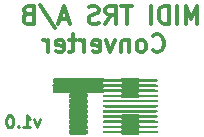
<source format=gbr>
%TF.GenerationSoftware,KiCad,Pcbnew,(6.0.1)*%
%TF.CreationDate,2022-01-21T14:23:51-05:00*%
%TF.ProjectId,midi-trs-a-b-conveter,6d696469-2d74-4727-932d-612d622d636f,rev?*%
%TF.SameCoordinates,Original*%
%TF.FileFunction,Legend,Bot*%
%TF.FilePolarity,Positive*%
%FSLAX46Y46*%
G04 Gerber Fmt 4.6, Leading zero omitted, Abs format (unit mm)*
G04 Created by KiCad (PCBNEW (6.0.1)) date 2022-01-21 14:23:51*
%MOMM*%
%LPD*%
G01*
G04 APERTURE LIST*
%ADD10C,0.250000*%
%ADD11C,0.300000*%
%ADD12C,0.010000*%
G04 APERTURE END LIST*
D10*
X89928571Y-53485714D02*
X89690476Y-54152380D01*
X89452380Y-53485714D01*
X88547619Y-54152380D02*
X89119047Y-54152380D01*
X88833333Y-54152380D02*
X88833333Y-53152380D01*
X88928571Y-53295238D01*
X89023809Y-53390476D01*
X89119047Y-53438095D01*
X88119047Y-54057142D02*
X88071428Y-54104761D01*
X88119047Y-54152380D01*
X88166666Y-54104761D01*
X88119047Y-54057142D01*
X88119047Y-54152380D01*
X87452380Y-53152380D02*
X87357142Y-53152380D01*
X87261904Y-53200000D01*
X87214285Y-53247619D01*
X87166666Y-53342857D01*
X87119047Y-53533333D01*
X87119047Y-53771428D01*
X87166666Y-53961904D01*
X87214285Y-54057142D01*
X87261904Y-54104761D01*
X87357142Y-54152380D01*
X87452380Y-54152380D01*
X87547619Y-54104761D01*
X87595238Y-54057142D01*
X87642857Y-53961904D01*
X87690476Y-53771428D01*
X87690476Y-53533333D01*
X87642857Y-53342857D01*
X87595238Y-53247619D01*
X87547619Y-53200000D01*
X87452380Y-53152380D01*
D11*
X103292857Y-45371071D02*
X103292857Y-43871071D01*
X102792857Y-44942500D01*
X102292857Y-43871071D01*
X102292857Y-45371071D01*
X101578571Y-45371071D02*
X101578571Y-43871071D01*
X100864285Y-45371071D02*
X100864285Y-43871071D01*
X100507142Y-43871071D01*
X100292857Y-43942500D01*
X100150000Y-44085357D01*
X100078571Y-44228214D01*
X100007142Y-44513928D01*
X100007142Y-44728214D01*
X100078571Y-45013928D01*
X100150000Y-45156785D01*
X100292857Y-45299642D01*
X100507142Y-45371071D01*
X100864285Y-45371071D01*
X99364285Y-45371071D02*
X99364285Y-43871071D01*
X97721428Y-43871071D02*
X96864285Y-43871071D01*
X97292857Y-45371071D02*
X97292857Y-43871071D01*
X95507142Y-45371071D02*
X96007142Y-44656785D01*
X96364285Y-45371071D02*
X96364285Y-43871071D01*
X95792857Y-43871071D01*
X95650000Y-43942500D01*
X95578571Y-44013928D01*
X95507142Y-44156785D01*
X95507142Y-44371071D01*
X95578571Y-44513928D01*
X95650000Y-44585357D01*
X95792857Y-44656785D01*
X96364285Y-44656785D01*
X94935714Y-45299642D02*
X94721428Y-45371071D01*
X94364285Y-45371071D01*
X94221428Y-45299642D01*
X94150000Y-45228214D01*
X94078571Y-45085357D01*
X94078571Y-44942500D01*
X94150000Y-44799642D01*
X94221428Y-44728214D01*
X94364285Y-44656785D01*
X94650000Y-44585357D01*
X94792857Y-44513928D01*
X94864285Y-44442500D01*
X94935714Y-44299642D01*
X94935714Y-44156785D01*
X94864285Y-44013928D01*
X94792857Y-43942500D01*
X94650000Y-43871071D01*
X94292857Y-43871071D01*
X94078571Y-43942500D01*
X92364285Y-44942500D02*
X91650000Y-44942500D01*
X92507142Y-45371071D02*
X92007142Y-43871071D01*
X91507142Y-45371071D01*
X89935714Y-43799642D02*
X91221428Y-45728214D01*
X88935714Y-44585357D02*
X88721428Y-44656785D01*
X88650000Y-44728214D01*
X88578571Y-44871071D01*
X88578571Y-45085357D01*
X88650000Y-45228214D01*
X88721428Y-45299642D01*
X88864285Y-45371071D01*
X89435714Y-45371071D01*
X89435714Y-43871071D01*
X88935714Y-43871071D01*
X88792857Y-43942500D01*
X88721428Y-44013928D01*
X88650000Y-44156785D01*
X88650000Y-44299642D01*
X88721428Y-44442500D01*
X88792857Y-44513928D01*
X88935714Y-44585357D01*
X89435714Y-44585357D01*
X99507142Y-47643214D02*
X99578571Y-47714642D01*
X99792857Y-47786071D01*
X99935714Y-47786071D01*
X100150000Y-47714642D01*
X100292857Y-47571785D01*
X100364285Y-47428928D01*
X100435714Y-47143214D01*
X100435714Y-46928928D01*
X100364285Y-46643214D01*
X100292857Y-46500357D01*
X100150000Y-46357500D01*
X99935714Y-46286071D01*
X99792857Y-46286071D01*
X99578571Y-46357500D01*
X99507142Y-46428928D01*
X98650000Y-47786071D02*
X98792857Y-47714642D01*
X98864285Y-47643214D01*
X98935714Y-47500357D01*
X98935714Y-47071785D01*
X98864285Y-46928928D01*
X98792857Y-46857500D01*
X98650000Y-46786071D01*
X98435714Y-46786071D01*
X98292857Y-46857500D01*
X98221428Y-46928928D01*
X98150000Y-47071785D01*
X98150000Y-47500357D01*
X98221428Y-47643214D01*
X98292857Y-47714642D01*
X98435714Y-47786071D01*
X98650000Y-47786071D01*
X97507142Y-46786071D02*
X97507142Y-47786071D01*
X97507142Y-46928928D02*
X97435714Y-46857500D01*
X97292857Y-46786071D01*
X97078571Y-46786071D01*
X96935714Y-46857500D01*
X96864285Y-47000357D01*
X96864285Y-47786071D01*
X96292857Y-46786071D02*
X95935714Y-47786071D01*
X95578571Y-46786071D01*
X94435714Y-47714642D02*
X94578571Y-47786071D01*
X94864285Y-47786071D01*
X95007142Y-47714642D01*
X95078571Y-47571785D01*
X95078571Y-47000357D01*
X95007142Y-46857500D01*
X94864285Y-46786071D01*
X94578571Y-46786071D01*
X94435714Y-46857500D01*
X94364285Y-47000357D01*
X94364285Y-47143214D01*
X95078571Y-47286071D01*
X93721428Y-47786071D02*
X93721428Y-46786071D01*
X93721428Y-47071785D02*
X93650000Y-46928928D01*
X93578571Y-46857500D01*
X93435714Y-46786071D01*
X93292857Y-46786071D01*
X93007142Y-46786071D02*
X92435714Y-46786071D01*
X92792857Y-46286071D02*
X92792857Y-47571785D01*
X92721428Y-47714642D01*
X92578571Y-47786071D01*
X92435714Y-47786071D01*
X91364285Y-47714642D02*
X91507142Y-47786071D01*
X91792857Y-47786071D01*
X91935714Y-47714642D01*
X92007142Y-47571785D01*
X92007142Y-47000357D01*
X91935714Y-46857500D01*
X91792857Y-46786071D01*
X91507142Y-46786071D01*
X91364285Y-46857500D01*
X91292857Y-47000357D01*
X91292857Y-47143214D01*
X92007142Y-47286071D01*
X90650000Y-47786071D02*
X90650000Y-46786071D01*
X90650000Y-47071785D02*
X90578571Y-46928928D01*
X90507142Y-46857500D01*
X90364285Y-46786071D01*
X90221428Y-46786071D01*
D12*
%TO.C,G\u002A\u002A\u002A*%
X96838470Y-54385583D02*
X96803798Y-54438500D01*
X96803798Y-54438500D02*
X96067991Y-54438500D01*
X96067991Y-54438500D02*
X95869487Y-54438688D01*
X95869487Y-54438688D02*
X95709129Y-54439376D01*
X95709129Y-54439376D02*
X95582732Y-54440746D01*
X95582732Y-54440746D02*
X95486110Y-54442984D01*
X95486110Y-54442984D02*
X95415078Y-54446272D01*
X95415078Y-54446272D02*
X95365450Y-54450794D01*
X95365450Y-54450794D02*
X95333040Y-54456734D01*
X95333040Y-54456734D02*
X95313662Y-54464276D01*
X95313662Y-54464276D02*
X95304361Y-54472024D01*
X95304361Y-54472024D02*
X95287973Y-54512723D01*
X95287973Y-54512723D02*
X95298777Y-54540816D01*
X95298777Y-54540816D02*
X95308152Y-54550272D01*
X95308152Y-54550272D02*
X95325936Y-54557972D01*
X95325936Y-54557972D02*
X95356306Y-54564138D01*
X95356306Y-54564138D02*
X95403442Y-54568995D01*
X95403442Y-54568995D02*
X95471522Y-54572765D01*
X95471522Y-54572765D02*
X95564725Y-54575672D01*
X95564725Y-54575672D02*
X95687228Y-54577939D01*
X95687228Y-54577939D02*
X95843211Y-54579790D01*
X95843211Y-54579790D02*
X96036852Y-54581448D01*
X96036852Y-54581448D02*
X96062583Y-54581643D01*
X96062583Y-54581643D02*
X96804150Y-54587203D01*
X96804150Y-54587203D02*
X96838646Y-54639851D01*
X96838646Y-54639851D02*
X96873143Y-54692500D01*
X96873143Y-54692500D02*
X98247024Y-54692500D01*
X98247024Y-54692500D02*
X98281697Y-54639583D01*
X98281697Y-54639583D02*
X98316369Y-54586667D01*
X98316369Y-54586667D02*
X99053256Y-54586667D01*
X99053256Y-54586667D02*
X99252416Y-54586468D01*
X99252416Y-54586468D02*
X99413442Y-54585751D01*
X99413442Y-54585751D02*
X99540534Y-54584335D01*
X99540534Y-54584335D02*
X99637890Y-54582038D01*
X99637890Y-54582038D02*
X99709709Y-54578680D01*
X99709709Y-54578680D02*
X99760191Y-54574080D01*
X99760191Y-54574080D02*
X99793532Y-54568055D01*
X99793532Y-54568055D02*
X99813933Y-54560426D01*
X99813933Y-54560426D02*
X99823363Y-54553447D01*
X99823363Y-54553447D02*
X99845006Y-54515099D01*
X99845006Y-54515099D02*
X99834713Y-54479363D01*
X99834713Y-54479363D02*
X99827273Y-54468522D01*
X99827273Y-54468522D02*
X99814935Y-54459787D01*
X99814935Y-54459787D02*
X99793454Y-54452931D01*
X99793454Y-54452931D02*
X99758587Y-54447728D01*
X99758587Y-54447728D02*
X99706088Y-54443950D01*
X99706088Y-54443950D02*
X99631712Y-54441371D01*
X99631712Y-54441371D02*
X99531215Y-54439764D01*
X99531215Y-54439764D02*
X99400353Y-54438901D01*
X99400353Y-54438901D02*
X99234880Y-54438556D01*
X99234880Y-54438556D02*
X99070510Y-54438500D01*
X99070510Y-54438500D02*
X98328176Y-54438500D01*
X98328176Y-54438500D02*
X98286552Y-54385583D01*
X98286552Y-54385583D02*
X98244928Y-54332667D01*
X98244928Y-54332667D02*
X96873143Y-54332667D01*
X96873143Y-54332667D02*
X96838470Y-54385583D01*
X96838470Y-54385583D02*
X96838470Y-54385583D01*
G36*
X98286552Y-54385583D02*
G01*
X98328176Y-54438500D01*
X99070510Y-54438500D01*
X99234880Y-54438556D01*
X99400353Y-54438901D01*
X99531215Y-54439764D01*
X99631712Y-54441371D01*
X99706088Y-54443950D01*
X99758587Y-54447728D01*
X99793454Y-54452931D01*
X99814935Y-54459787D01*
X99827273Y-54468522D01*
X99834713Y-54479363D01*
X99845006Y-54515099D01*
X99823363Y-54553447D01*
X99813933Y-54560426D01*
X99793532Y-54568055D01*
X99760191Y-54574080D01*
X99709709Y-54578680D01*
X99637890Y-54582038D01*
X99540534Y-54584335D01*
X99413442Y-54585751D01*
X99252416Y-54586468D01*
X99053256Y-54586667D01*
X98316369Y-54586667D01*
X98281697Y-54639583D01*
X98247024Y-54692500D01*
X96873143Y-54692500D01*
X96838646Y-54639851D01*
X96804150Y-54587203D01*
X96062583Y-54581643D01*
X96036852Y-54581448D01*
X95843211Y-54579790D01*
X95687228Y-54577939D01*
X95564725Y-54575672D01*
X95471522Y-54572765D01*
X95403442Y-54568995D01*
X95356306Y-54564138D01*
X95325936Y-54557972D01*
X95308152Y-54550272D01*
X95298777Y-54540816D01*
X95287973Y-54512723D01*
X95304361Y-54472024D01*
X95313662Y-54464276D01*
X95333040Y-54456734D01*
X95365450Y-54450794D01*
X95415078Y-54446272D01*
X95486110Y-54442984D01*
X95582732Y-54440746D01*
X95709129Y-54439376D01*
X95869487Y-54438688D01*
X96067991Y-54438500D01*
X96803798Y-54438500D01*
X96838470Y-54385583D01*
X96873143Y-54332667D01*
X98244928Y-54332667D01*
X98286552Y-54385583D01*
G37*
X98286552Y-54385583D02*
X98328176Y-54438500D01*
X99070510Y-54438500D01*
X99234880Y-54438556D01*
X99400353Y-54438901D01*
X99531215Y-54439764D01*
X99631712Y-54441371D01*
X99706088Y-54443950D01*
X99758587Y-54447728D01*
X99793454Y-54452931D01*
X99814935Y-54459787D01*
X99827273Y-54468522D01*
X99834713Y-54479363D01*
X99845006Y-54515099D01*
X99823363Y-54553447D01*
X99813933Y-54560426D01*
X99793532Y-54568055D01*
X99760191Y-54574080D01*
X99709709Y-54578680D01*
X99637890Y-54582038D01*
X99540534Y-54584335D01*
X99413442Y-54585751D01*
X99252416Y-54586468D01*
X99053256Y-54586667D01*
X98316369Y-54586667D01*
X98281697Y-54639583D01*
X98247024Y-54692500D01*
X96873143Y-54692500D01*
X96838646Y-54639851D01*
X96804150Y-54587203D01*
X96062583Y-54581643D01*
X96036852Y-54581448D01*
X95843211Y-54579790D01*
X95687228Y-54577939D01*
X95564725Y-54575672D01*
X95471522Y-54572765D01*
X95403442Y-54568995D01*
X95356306Y-54564138D01*
X95325936Y-54557972D01*
X95308152Y-54550272D01*
X95298777Y-54540816D01*
X95287973Y-54512723D01*
X95304361Y-54472024D01*
X95313662Y-54464276D01*
X95333040Y-54456734D01*
X95365450Y-54450794D01*
X95415078Y-54446272D01*
X95486110Y-54442984D01*
X95582732Y-54440746D01*
X95709129Y-54439376D01*
X95869487Y-54438688D01*
X96067991Y-54438500D01*
X96803798Y-54438500D01*
X96838470Y-54385583D01*
X96873143Y-54332667D01*
X98244928Y-54332667D01*
X98286552Y-54385583D01*
X92449906Y-54383909D02*
X92408737Y-54454602D01*
X92408737Y-54454602D02*
X92401176Y-54533822D01*
X92401176Y-54533822D02*
X92426798Y-54607861D01*
X92426798Y-54607861D02*
X92457980Y-54644147D01*
X92457980Y-54644147D02*
X92474490Y-54657636D01*
X92474490Y-54657636D02*
X92492346Y-54668349D01*
X92492346Y-54668349D02*
X92516292Y-54676607D01*
X92516292Y-54676607D02*
X92551076Y-54682729D01*
X92551076Y-54682729D02*
X92601442Y-54687034D01*
X92601442Y-54687034D02*
X92672138Y-54689842D01*
X92672138Y-54689842D02*
X92767908Y-54691473D01*
X92767908Y-54691473D02*
X92893499Y-54692247D01*
X92893499Y-54692247D02*
X93053657Y-54692483D01*
X93053657Y-54692483D02*
X93175773Y-54692500D01*
X93175773Y-54692500D02*
X93360834Y-54692393D01*
X93360834Y-54692393D02*
X93508247Y-54691884D01*
X93508247Y-54691884D02*
X93622695Y-54690687D01*
X93622695Y-54690687D02*
X93708865Y-54688520D01*
X93708865Y-54688520D02*
X93771439Y-54685097D01*
X93771439Y-54685097D02*
X93815103Y-54680135D01*
X93815103Y-54680135D02*
X93844542Y-54673349D01*
X93844542Y-54673349D02*
X93864439Y-54664456D01*
X93864439Y-54664456D02*
X93879479Y-54653172D01*
X93879479Y-54653172D02*
X93883419Y-54649581D01*
X93883419Y-54649581D02*
X93922549Y-54599318D01*
X93922549Y-54599318D02*
X93942725Y-54553920D01*
X93942725Y-54553920D02*
X93943102Y-54488855D01*
X93943102Y-54488855D02*
X93920692Y-54419864D01*
X93920692Y-54419864D02*
X93882895Y-54366074D01*
X93882895Y-54366074D02*
X93864989Y-54353024D01*
X93864989Y-54353024D02*
X93833970Y-54347614D01*
X93833970Y-54347614D02*
X93765200Y-54342837D01*
X93765200Y-54342837D02*
X93663256Y-54338824D01*
X93663256Y-54338824D02*
X93532717Y-54335708D01*
X93532717Y-54335708D02*
X93378160Y-54333623D01*
X93378160Y-54333623D02*
X93204165Y-54332700D01*
X93204165Y-54332700D02*
X93162498Y-54332667D01*
X93162498Y-54332667D02*
X92498046Y-54332667D01*
X92498046Y-54332667D02*
X92449906Y-54383909D01*
X92449906Y-54383909D02*
X92449906Y-54383909D01*
G36*
X93204165Y-54332700D02*
G01*
X93378160Y-54333623D01*
X93532717Y-54335708D01*
X93663256Y-54338824D01*
X93765200Y-54342837D01*
X93833970Y-54347614D01*
X93864989Y-54353024D01*
X93882895Y-54366074D01*
X93920692Y-54419864D01*
X93943102Y-54488855D01*
X93942725Y-54553920D01*
X93922549Y-54599318D01*
X93883419Y-54649581D01*
X93879479Y-54653172D01*
X93864439Y-54664456D01*
X93844542Y-54673349D01*
X93815103Y-54680135D01*
X93771439Y-54685097D01*
X93708865Y-54688520D01*
X93622695Y-54690687D01*
X93508247Y-54691884D01*
X93360834Y-54692393D01*
X93175773Y-54692500D01*
X93053657Y-54692483D01*
X92893499Y-54692247D01*
X92767908Y-54691473D01*
X92672138Y-54689842D01*
X92601442Y-54687034D01*
X92551076Y-54682729D01*
X92516292Y-54676607D01*
X92492346Y-54668349D01*
X92474490Y-54657636D01*
X92457980Y-54644147D01*
X92426798Y-54607861D01*
X92401176Y-54533822D01*
X92408737Y-54454602D01*
X92449906Y-54383909D01*
X92498046Y-54332667D01*
X93162498Y-54332667D01*
X93204165Y-54332700D01*
G37*
X93204165Y-54332700D02*
X93378160Y-54333623D01*
X93532717Y-54335708D01*
X93663256Y-54338824D01*
X93765200Y-54342837D01*
X93833970Y-54347614D01*
X93864989Y-54353024D01*
X93882895Y-54366074D01*
X93920692Y-54419864D01*
X93943102Y-54488855D01*
X93942725Y-54553920D01*
X93922549Y-54599318D01*
X93883419Y-54649581D01*
X93879479Y-54653172D01*
X93864439Y-54664456D01*
X93844542Y-54673349D01*
X93815103Y-54680135D01*
X93771439Y-54685097D01*
X93708865Y-54688520D01*
X93622695Y-54690687D01*
X93508247Y-54691884D01*
X93360834Y-54692393D01*
X93175773Y-54692500D01*
X93053657Y-54692483D01*
X92893499Y-54692247D01*
X92767908Y-54691473D01*
X92672138Y-54689842D01*
X92601442Y-54687034D01*
X92551076Y-54682729D01*
X92516292Y-54676607D01*
X92492346Y-54668349D01*
X92474490Y-54657636D01*
X92457980Y-54644147D01*
X92426798Y-54607861D01*
X92401176Y-54533822D01*
X92408737Y-54454602D01*
X92449906Y-54383909D01*
X92498046Y-54332667D01*
X93162498Y-54332667D01*
X93204165Y-54332700D01*
X97408778Y-53888590D02*
X97257847Y-53889788D01*
X97257847Y-53889788D02*
X97125074Y-53891654D01*
X97125074Y-53891654D02*
X97015925Y-53894082D01*
X97015925Y-53894082D02*
X96935867Y-53896965D01*
X96935867Y-53896965D02*
X96890368Y-53900195D01*
X96890368Y-53900195D02*
X96882860Y-53901637D01*
X96882860Y-53901637D02*
X96848465Y-53930778D01*
X96848465Y-53930778D02*
X96828736Y-53965137D01*
X96828736Y-53965137D02*
X96809715Y-54015167D01*
X96809715Y-54015167D02*
X96059023Y-54015167D01*
X96059023Y-54015167D02*
X95839938Y-54015770D01*
X95839938Y-54015770D02*
X95655667Y-54017554D01*
X95655667Y-54017554D02*
X95507674Y-54020477D01*
X95507674Y-54020477D02*
X95397425Y-54024498D01*
X95397425Y-54024498D02*
X95326381Y-54029577D01*
X95326381Y-54029577D02*
X95296009Y-54035672D01*
X95296009Y-54035672D02*
X95295133Y-54036523D01*
X95295133Y-54036523D02*
X95290079Y-54072474D01*
X95290079Y-54072474D02*
X95295310Y-54100023D01*
X95295310Y-54100023D02*
X95300140Y-54111199D01*
X95300140Y-54111199D02*
X95309596Y-54120202D01*
X95309596Y-54120202D02*
X95327881Y-54127268D01*
X95327881Y-54127268D02*
X95359197Y-54132629D01*
X95359197Y-54132629D02*
X95407746Y-54136523D01*
X95407746Y-54136523D02*
X95477732Y-54139181D01*
X95477732Y-54139181D02*
X95573355Y-54140841D01*
X95573355Y-54140841D02*
X95698819Y-54141735D01*
X95698819Y-54141735D02*
X95858325Y-54142099D01*
X95858325Y-54142099D02*
X96050184Y-54142167D01*
X96050184Y-54142167D02*
X96791682Y-54142167D01*
X96791682Y-54142167D02*
X96910318Y-54269167D01*
X96910318Y-54269167D02*
X98209849Y-54269167D01*
X98209849Y-54269167D02*
X98328485Y-54142167D01*
X98328485Y-54142167D02*
X99070664Y-54142167D01*
X99070664Y-54142167D02*
X99268287Y-54142037D01*
X99268287Y-54142037D02*
X99427776Y-54141512D01*
X99427776Y-54141512D02*
X99553330Y-54140387D01*
X99553330Y-54140387D02*
X99649149Y-54138459D01*
X99649149Y-54138459D02*
X99719432Y-54135522D01*
X99719432Y-54135522D02*
X99768377Y-54131372D01*
X99768377Y-54131372D02*
X99800185Y-54125806D01*
X99800185Y-54125806D02*
X99819055Y-54118618D01*
X99819055Y-54118618D02*
X99829185Y-54109604D01*
X99829185Y-54109604D02*
X99831895Y-54105125D01*
X99831895Y-54105125D02*
X99842745Y-54082175D01*
X99842745Y-54082175D02*
X99846852Y-54063503D01*
X99846852Y-54063503D02*
X99840489Y-54048667D01*
X99840489Y-54048667D02*
X99819929Y-54037227D01*
X99819929Y-54037227D02*
X99781444Y-54028741D01*
X99781444Y-54028741D02*
X99721309Y-54022768D01*
X99721309Y-54022768D02*
X99635795Y-54018867D01*
X99635795Y-54018867D02*
X99521177Y-54016598D01*
X99521177Y-54016598D02*
X99373726Y-54015519D01*
X99373726Y-54015519D02*
X99189717Y-54015189D01*
X99189717Y-54015189D02*
X99071736Y-54015167D01*
X99071736Y-54015167D02*
X98849714Y-54014582D01*
X98849714Y-54014582D02*
X98664403Y-54012850D01*
X98664403Y-54012850D02*
X98516892Y-54010000D01*
X98516892Y-54010000D02*
X98408268Y-54006063D01*
X98408268Y-54006063D02*
X98339619Y-54001068D01*
X98339619Y-54001068D02*
X98312031Y-53995047D01*
X98312031Y-53995047D02*
X98311500Y-53994000D01*
X98311500Y-53994000D02*
X98297838Y-53964799D01*
X98297838Y-53964799D02*
X98269167Y-53930500D01*
X98269167Y-53930500D02*
X98255537Y-53918606D01*
X98255537Y-53918606D02*
X98237964Y-53909173D01*
X98237964Y-53909173D02*
X98211761Y-53901918D01*
X98211761Y-53901918D02*
X98172242Y-53896556D01*
X98172242Y-53896556D02*
X98114722Y-53892802D01*
X98114722Y-53892802D02*
X98034514Y-53890371D01*
X98034514Y-53890371D02*
X97926931Y-53888978D01*
X97926931Y-53888978D02*
X97787289Y-53888339D01*
X97787289Y-53888339D02*
X97610900Y-53888169D01*
X97610900Y-53888169D02*
X97572398Y-53888167D01*
X97572398Y-53888167D02*
X97408778Y-53888590D01*
X97408778Y-53888590D02*
X97408778Y-53888590D01*
G36*
X97610900Y-53888169D02*
G01*
X97787289Y-53888339D01*
X97926931Y-53888978D01*
X98034514Y-53890371D01*
X98114722Y-53892802D01*
X98172242Y-53896556D01*
X98211761Y-53901918D01*
X98237964Y-53909173D01*
X98255537Y-53918606D01*
X98269167Y-53930500D01*
X98297838Y-53964799D01*
X98311500Y-53994000D01*
X98312031Y-53995047D01*
X98339619Y-54001068D01*
X98408268Y-54006063D01*
X98516892Y-54010000D01*
X98664403Y-54012850D01*
X98849714Y-54014582D01*
X99071736Y-54015167D01*
X99189717Y-54015189D01*
X99373726Y-54015519D01*
X99521177Y-54016598D01*
X99635795Y-54018867D01*
X99721309Y-54022768D01*
X99781444Y-54028741D01*
X99819929Y-54037227D01*
X99840489Y-54048667D01*
X99846852Y-54063503D01*
X99842745Y-54082175D01*
X99831895Y-54105125D01*
X99829185Y-54109604D01*
X99819055Y-54118618D01*
X99800185Y-54125806D01*
X99768377Y-54131372D01*
X99719432Y-54135522D01*
X99649149Y-54138459D01*
X99553330Y-54140387D01*
X99427776Y-54141512D01*
X99268287Y-54142037D01*
X99070664Y-54142167D01*
X98328485Y-54142167D01*
X98209849Y-54269167D01*
X96910318Y-54269167D01*
X96791682Y-54142167D01*
X96050184Y-54142167D01*
X95858325Y-54142099D01*
X95698819Y-54141735D01*
X95573355Y-54140841D01*
X95477732Y-54139181D01*
X95407746Y-54136523D01*
X95359197Y-54132629D01*
X95327881Y-54127268D01*
X95309596Y-54120202D01*
X95300140Y-54111199D01*
X95295310Y-54100023D01*
X95290079Y-54072474D01*
X95295133Y-54036523D01*
X95296009Y-54035672D01*
X95326381Y-54029577D01*
X95397425Y-54024498D01*
X95507674Y-54020477D01*
X95655667Y-54017554D01*
X95839938Y-54015770D01*
X96059023Y-54015167D01*
X96809715Y-54015167D01*
X96828736Y-53965137D01*
X96848465Y-53930778D01*
X96882860Y-53901637D01*
X96890368Y-53900195D01*
X96935867Y-53896965D01*
X97015925Y-53894082D01*
X97125074Y-53891654D01*
X97257847Y-53889788D01*
X97408778Y-53888590D01*
X97572398Y-53888167D01*
X97610900Y-53888169D01*
G37*
X97610900Y-53888169D02*
X97787289Y-53888339D01*
X97926931Y-53888978D01*
X98034514Y-53890371D01*
X98114722Y-53892802D01*
X98172242Y-53896556D01*
X98211761Y-53901918D01*
X98237964Y-53909173D01*
X98255537Y-53918606D01*
X98269167Y-53930500D01*
X98297838Y-53964799D01*
X98311500Y-53994000D01*
X98312031Y-53995047D01*
X98339619Y-54001068D01*
X98408268Y-54006063D01*
X98516892Y-54010000D01*
X98664403Y-54012850D01*
X98849714Y-54014582D01*
X99071736Y-54015167D01*
X99189717Y-54015189D01*
X99373726Y-54015519D01*
X99521177Y-54016598D01*
X99635795Y-54018867D01*
X99721309Y-54022768D01*
X99781444Y-54028741D01*
X99819929Y-54037227D01*
X99840489Y-54048667D01*
X99846852Y-54063503D01*
X99842745Y-54082175D01*
X99831895Y-54105125D01*
X99829185Y-54109604D01*
X99819055Y-54118618D01*
X99800185Y-54125806D01*
X99768377Y-54131372D01*
X99719432Y-54135522D01*
X99649149Y-54138459D01*
X99553330Y-54140387D01*
X99427776Y-54141512D01*
X99268287Y-54142037D01*
X99070664Y-54142167D01*
X98328485Y-54142167D01*
X98209849Y-54269167D01*
X96910318Y-54269167D01*
X96791682Y-54142167D01*
X96050184Y-54142167D01*
X95858325Y-54142099D01*
X95698819Y-54141735D01*
X95573355Y-54140841D01*
X95477732Y-54139181D01*
X95407746Y-54136523D01*
X95359197Y-54132629D01*
X95327881Y-54127268D01*
X95309596Y-54120202D01*
X95300140Y-54111199D01*
X95295310Y-54100023D01*
X95290079Y-54072474D01*
X95295133Y-54036523D01*
X95296009Y-54035672D01*
X95326381Y-54029577D01*
X95397425Y-54024498D01*
X95507674Y-54020477D01*
X95655667Y-54017554D01*
X95839938Y-54015770D01*
X96059023Y-54015167D01*
X96809715Y-54015167D01*
X96828736Y-53965137D01*
X96848465Y-53930778D01*
X96882860Y-53901637D01*
X96890368Y-53900195D01*
X96935867Y-53896965D01*
X97015925Y-53894082D01*
X97125074Y-53891654D01*
X97257847Y-53889788D01*
X97408778Y-53888590D01*
X97572398Y-53888167D01*
X97610900Y-53888169D01*
X92984996Y-53888462D02*
X92833561Y-53889483D01*
X92833561Y-53889483D02*
X92715609Y-53891428D01*
X92715609Y-53891428D02*
X92626716Y-53894495D01*
X92626716Y-53894495D02*
X92562459Y-53898884D01*
X92562459Y-53898884D02*
X92518414Y-53904795D01*
X92518414Y-53904795D02*
X92490157Y-53912426D01*
X92490157Y-53912426D02*
X92476396Y-53919586D01*
X92476396Y-53919586D02*
X92425485Y-53977675D01*
X92425485Y-53977675D02*
X92403128Y-54051825D01*
X92403128Y-54051825D02*
X92408770Y-54129228D01*
X92408770Y-54129228D02*
X92441854Y-54197072D01*
X92441854Y-54197072D02*
X92490152Y-54237150D01*
X92490152Y-54237150D02*
X92530057Y-54246685D01*
X92530057Y-54246685D02*
X92605512Y-54254716D01*
X92605512Y-54254716D02*
X92709762Y-54261219D01*
X92709762Y-54261219D02*
X92836050Y-54266169D01*
X92836050Y-54266169D02*
X92977620Y-54269544D01*
X92977620Y-54269544D02*
X93127715Y-54271318D01*
X93127715Y-54271318D02*
X93279578Y-54271468D01*
X93279578Y-54271468D02*
X93426454Y-54269969D01*
X93426454Y-54269969D02*
X93561585Y-54266798D01*
X93561585Y-54266798D02*
X93678215Y-54261930D01*
X93678215Y-54261930D02*
X93769589Y-54255341D01*
X93769589Y-54255341D02*
X93828948Y-54247008D01*
X93828948Y-54247008D02*
X93844916Y-54241979D01*
X93844916Y-54241979D02*
X93910896Y-54188182D01*
X93910896Y-54188182D02*
X93943541Y-54116931D01*
X93943541Y-54116931D02*
X93941246Y-54038801D01*
X93941246Y-54038801D02*
X93902402Y-53964366D01*
X93902402Y-53964366D02*
X93889295Y-53950038D01*
X93889295Y-53950038D02*
X93827423Y-53888167D01*
X93827423Y-53888167D02*
X93174338Y-53888167D01*
X93174338Y-53888167D02*
X92984996Y-53888462D01*
X92984996Y-53888462D02*
X92984996Y-53888462D01*
G36*
X93889295Y-53950038D02*
G01*
X93902402Y-53964366D01*
X93941246Y-54038801D01*
X93943541Y-54116931D01*
X93910896Y-54188182D01*
X93844916Y-54241979D01*
X93828948Y-54247008D01*
X93769589Y-54255341D01*
X93678215Y-54261930D01*
X93561585Y-54266798D01*
X93426454Y-54269969D01*
X93279578Y-54271468D01*
X93127715Y-54271318D01*
X92977620Y-54269544D01*
X92836050Y-54266169D01*
X92709762Y-54261219D01*
X92605512Y-54254716D01*
X92530057Y-54246685D01*
X92490152Y-54237150D01*
X92441854Y-54197072D01*
X92408770Y-54129228D01*
X92403128Y-54051825D01*
X92425485Y-53977675D01*
X92476396Y-53919586D01*
X92490157Y-53912426D01*
X92518414Y-53904795D01*
X92562459Y-53898884D01*
X92626716Y-53894495D01*
X92715609Y-53891428D01*
X92833561Y-53889483D01*
X92984996Y-53888462D01*
X93174338Y-53888167D01*
X93827423Y-53888167D01*
X93889295Y-53950038D01*
G37*
X93889295Y-53950038D02*
X93902402Y-53964366D01*
X93941246Y-54038801D01*
X93943541Y-54116931D01*
X93910896Y-54188182D01*
X93844916Y-54241979D01*
X93828948Y-54247008D01*
X93769589Y-54255341D01*
X93678215Y-54261930D01*
X93561585Y-54266798D01*
X93426454Y-54269969D01*
X93279578Y-54271468D01*
X93127715Y-54271318D01*
X92977620Y-54269544D01*
X92836050Y-54266169D01*
X92709762Y-54261219D01*
X92605512Y-54254716D01*
X92530057Y-54246685D01*
X92490152Y-54237150D01*
X92441854Y-54197072D01*
X92408770Y-54129228D01*
X92403128Y-54051825D01*
X92425485Y-53977675D01*
X92476396Y-53919586D01*
X92490157Y-53912426D01*
X92518414Y-53904795D01*
X92562459Y-53898884D01*
X92626716Y-53894495D01*
X92715609Y-53891428D01*
X92833561Y-53889483D01*
X92984996Y-53888462D01*
X93174338Y-53888167D01*
X93827423Y-53888167D01*
X93889295Y-53950038D01*
X96791682Y-53570667D02*
X96050184Y-53570667D01*
X96050184Y-53570667D02*
X95853524Y-53570739D01*
X95853524Y-53570739D02*
X95694994Y-53571114D01*
X95694994Y-53571114D02*
X95570394Y-53572026D01*
X95570394Y-53572026D02*
X95475519Y-53573709D01*
X95475519Y-53573709D02*
X95406169Y-53576399D01*
X95406169Y-53576399D02*
X95358141Y-53580328D01*
X95358141Y-53580328D02*
X95327233Y-53585733D01*
X95327233Y-53585733D02*
X95309243Y-53592848D01*
X95309243Y-53592848D02*
X95299967Y-53601907D01*
X95299967Y-53601907D02*
X95295310Y-53612810D01*
X95295310Y-53612810D02*
X95290033Y-53656844D01*
X95290033Y-53656844D02*
X95295133Y-53676310D01*
X95295133Y-53676310D02*
X95320201Y-53682534D01*
X95320201Y-53682534D02*
X95386124Y-53687746D01*
X95386124Y-53687746D02*
X95491439Y-53691905D01*
X95491439Y-53691905D02*
X95634678Y-53694971D01*
X95634678Y-53694971D02*
X95814376Y-53696902D01*
X95814376Y-53696902D02*
X96029067Y-53697657D01*
X96029067Y-53697657D02*
X96058499Y-53697667D01*
X96058499Y-53697667D02*
X96278790Y-53698258D01*
X96278790Y-53698258D02*
X96462433Y-53700013D01*
X96462433Y-53700013D02*
X96608320Y-53702899D01*
X96608320Y-53702899D02*
X96715343Y-53706886D01*
X96715343Y-53706886D02*
X96782393Y-53711942D01*
X96782393Y-53711942D02*
X96808364Y-53718035D01*
X96808364Y-53718035D02*
X96808667Y-53718833D01*
X96808667Y-53718833D02*
X96822329Y-53748034D01*
X96822329Y-53748034D02*
X96851000Y-53782333D01*
X96851000Y-53782333D02*
X96864503Y-53794128D01*
X96864503Y-53794128D02*
X96881911Y-53803504D01*
X96881911Y-53803504D02*
X96907861Y-53810737D01*
X96907861Y-53810737D02*
X96946990Y-53816106D01*
X96946990Y-53816106D02*
X97003936Y-53819886D01*
X97003936Y-53819886D02*
X97083336Y-53822355D01*
X97083336Y-53822355D02*
X97189827Y-53823789D01*
X97189827Y-53823789D02*
X97328046Y-53824465D01*
X97328046Y-53824465D02*
X97502631Y-53824660D01*
X97502631Y-53824660D02*
X97560083Y-53824667D01*
X97560083Y-53824667D02*
X97745957Y-53824558D01*
X97745957Y-53824558D02*
X97894135Y-53824048D01*
X97894135Y-53824048D02*
X98009254Y-53822860D01*
X98009254Y-53822860D02*
X98095952Y-53820716D01*
X98095952Y-53820716D02*
X98158865Y-53817341D01*
X98158865Y-53817341D02*
X98202632Y-53812456D01*
X98202632Y-53812456D02*
X98231888Y-53805786D01*
X98231888Y-53805786D02*
X98251272Y-53797053D01*
X98251272Y-53797053D02*
X98265421Y-53785981D01*
X98265421Y-53785981D02*
X98269167Y-53782333D01*
X98269167Y-53782333D02*
X98300244Y-53744425D01*
X98300244Y-53744425D02*
X98311500Y-53718833D01*
X98311500Y-53718833D02*
X98332480Y-53712650D01*
X98332480Y-53712650D02*
X98394692Y-53707489D01*
X98394692Y-53707489D02*
X98497050Y-53703382D01*
X98497050Y-53703382D02*
X98638463Y-53700358D01*
X98638463Y-53700358D02*
X98817845Y-53698447D01*
X98817845Y-53698447D02*
X99034106Y-53697681D01*
X99034106Y-53697681D02*
X99071236Y-53697667D01*
X99071236Y-53697667D02*
X99272073Y-53697513D01*
X99272073Y-53697513D02*
X99434646Y-53696931D01*
X99434646Y-53696931D02*
X99563026Y-53695739D01*
X99563026Y-53695739D02*
X99661279Y-53693757D01*
X99661279Y-53693757D02*
X99733477Y-53690803D01*
X99733477Y-53690803D02*
X99783687Y-53686696D01*
X99783687Y-53686696D02*
X99815980Y-53681254D01*
X99815980Y-53681254D02*
X99834423Y-53674296D01*
X99834423Y-53674296D02*
X99843086Y-53665641D01*
X99843086Y-53665641D02*
X99844184Y-53663234D01*
X99844184Y-53663234D02*
X99851604Y-53639761D01*
X99851604Y-53639761D02*
X99851578Y-53620627D01*
X99851578Y-53620627D02*
X99840367Y-53605390D01*
X99840367Y-53605390D02*
X99814231Y-53593608D01*
X99814231Y-53593608D02*
X99769431Y-53584837D01*
X99769431Y-53584837D02*
X99702227Y-53578636D01*
X99702227Y-53578636D02*
X99608881Y-53574562D01*
X99608881Y-53574562D02*
X99485653Y-53572174D01*
X99485653Y-53572174D02*
X99328803Y-53571027D01*
X99328803Y-53571027D02*
X99134593Y-53570681D01*
X99134593Y-53570681D02*
X99061751Y-53570667D01*
X99061751Y-53570667D02*
X98864307Y-53570607D01*
X98864307Y-53570607D02*
X98705007Y-53570268D01*
X98705007Y-53570268D02*
X98579662Y-53569409D01*
X98579662Y-53569409D02*
X98484081Y-53567793D01*
X98484081Y-53567793D02*
X98414076Y-53565177D01*
X98414076Y-53565177D02*
X98365457Y-53561324D01*
X98365457Y-53561324D02*
X98334034Y-53555993D01*
X98334034Y-53555993D02*
X98315619Y-53548945D01*
X98315619Y-53548945D02*
X98306022Y-53539940D01*
X98306022Y-53539940D02*
X98301053Y-53528738D01*
X98301053Y-53528738D02*
X98300532Y-53527121D01*
X98300532Y-53527121D02*
X98271117Y-53486611D01*
X98271117Y-53486611D02*
X98234228Y-53463621D01*
X98234228Y-53463621D02*
X98200295Y-53458580D01*
X98200295Y-53458580D02*
X98129784Y-53454007D01*
X98129784Y-53454007D02*
X98028453Y-53450069D01*
X98028453Y-53450069D02*
X97902054Y-53446932D01*
X97902054Y-53446932D02*
X97756344Y-53444764D01*
X97756344Y-53444764D02*
X97597079Y-53443730D01*
X97597079Y-53443730D02*
X97546031Y-53443667D01*
X97546031Y-53443667D02*
X96910318Y-53443667D01*
X96910318Y-53443667D02*
X96791682Y-53570667D01*
X96791682Y-53570667D02*
X96791682Y-53570667D01*
G36*
X97597079Y-53443730D02*
G01*
X97756344Y-53444764D01*
X97902054Y-53446932D01*
X98028453Y-53450069D01*
X98129784Y-53454007D01*
X98200295Y-53458580D01*
X98234228Y-53463621D01*
X98271117Y-53486611D01*
X98300532Y-53527121D01*
X98301053Y-53528738D01*
X98306022Y-53539940D01*
X98315619Y-53548945D01*
X98334034Y-53555993D01*
X98365457Y-53561324D01*
X98414076Y-53565177D01*
X98484081Y-53567793D01*
X98579662Y-53569409D01*
X98705007Y-53570268D01*
X98864307Y-53570607D01*
X99061751Y-53570667D01*
X99134593Y-53570681D01*
X99328803Y-53571027D01*
X99485653Y-53572174D01*
X99608881Y-53574562D01*
X99702227Y-53578636D01*
X99769431Y-53584837D01*
X99814231Y-53593608D01*
X99840367Y-53605390D01*
X99851578Y-53620627D01*
X99851604Y-53639761D01*
X99844184Y-53663234D01*
X99843086Y-53665641D01*
X99834423Y-53674296D01*
X99815980Y-53681254D01*
X99783687Y-53686696D01*
X99733477Y-53690803D01*
X99661279Y-53693757D01*
X99563026Y-53695739D01*
X99434646Y-53696931D01*
X99272073Y-53697513D01*
X99071236Y-53697667D01*
X99034106Y-53697681D01*
X98817845Y-53698447D01*
X98638463Y-53700358D01*
X98497050Y-53703382D01*
X98394692Y-53707489D01*
X98332480Y-53712650D01*
X98311500Y-53718833D01*
X98300244Y-53744425D01*
X98269167Y-53782333D01*
X98265421Y-53785981D01*
X98251272Y-53797053D01*
X98231888Y-53805786D01*
X98202632Y-53812456D01*
X98158865Y-53817341D01*
X98095952Y-53820716D01*
X98009254Y-53822860D01*
X97894135Y-53824048D01*
X97745957Y-53824558D01*
X97560083Y-53824667D01*
X97502631Y-53824660D01*
X97328046Y-53824465D01*
X97189827Y-53823789D01*
X97083336Y-53822355D01*
X97003936Y-53819886D01*
X96946990Y-53816106D01*
X96907861Y-53810737D01*
X96881911Y-53803504D01*
X96864503Y-53794128D01*
X96851000Y-53782333D01*
X96822329Y-53748034D01*
X96808667Y-53718833D01*
X96808364Y-53718035D01*
X96782393Y-53711942D01*
X96715343Y-53706886D01*
X96608320Y-53702899D01*
X96462433Y-53700013D01*
X96278790Y-53698258D01*
X96058499Y-53697667D01*
X96029067Y-53697657D01*
X95814376Y-53696902D01*
X95634678Y-53694971D01*
X95491439Y-53691905D01*
X95386124Y-53687746D01*
X95320201Y-53682534D01*
X95295133Y-53676310D01*
X95290033Y-53656844D01*
X95295310Y-53612810D01*
X95299967Y-53601907D01*
X95309243Y-53592848D01*
X95327233Y-53585733D01*
X95358141Y-53580328D01*
X95406169Y-53576399D01*
X95475519Y-53573709D01*
X95570394Y-53572026D01*
X95694994Y-53571114D01*
X95853524Y-53570739D01*
X96050184Y-53570667D01*
X96791682Y-53570667D01*
X96910318Y-53443667D01*
X97546031Y-53443667D01*
X97597079Y-53443730D01*
G37*
X97597079Y-53443730D02*
X97756344Y-53444764D01*
X97902054Y-53446932D01*
X98028453Y-53450069D01*
X98129784Y-53454007D01*
X98200295Y-53458580D01*
X98234228Y-53463621D01*
X98271117Y-53486611D01*
X98300532Y-53527121D01*
X98301053Y-53528738D01*
X98306022Y-53539940D01*
X98315619Y-53548945D01*
X98334034Y-53555993D01*
X98365457Y-53561324D01*
X98414076Y-53565177D01*
X98484081Y-53567793D01*
X98579662Y-53569409D01*
X98705007Y-53570268D01*
X98864307Y-53570607D01*
X99061751Y-53570667D01*
X99134593Y-53570681D01*
X99328803Y-53571027D01*
X99485653Y-53572174D01*
X99608881Y-53574562D01*
X99702227Y-53578636D01*
X99769431Y-53584837D01*
X99814231Y-53593608D01*
X99840367Y-53605390D01*
X99851578Y-53620627D01*
X99851604Y-53639761D01*
X99844184Y-53663234D01*
X99843086Y-53665641D01*
X99834423Y-53674296D01*
X99815980Y-53681254D01*
X99783687Y-53686696D01*
X99733477Y-53690803D01*
X99661279Y-53693757D01*
X99563026Y-53695739D01*
X99434646Y-53696931D01*
X99272073Y-53697513D01*
X99071236Y-53697667D01*
X99034106Y-53697681D01*
X98817845Y-53698447D01*
X98638463Y-53700358D01*
X98497050Y-53703382D01*
X98394692Y-53707489D01*
X98332480Y-53712650D01*
X98311500Y-53718833D01*
X98300244Y-53744425D01*
X98269167Y-53782333D01*
X98265421Y-53785981D01*
X98251272Y-53797053D01*
X98231888Y-53805786D01*
X98202632Y-53812456D01*
X98158865Y-53817341D01*
X98095952Y-53820716D01*
X98009254Y-53822860D01*
X97894135Y-53824048D01*
X97745957Y-53824558D01*
X97560083Y-53824667D01*
X97502631Y-53824660D01*
X97328046Y-53824465D01*
X97189827Y-53823789D01*
X97083336Y-53822355D01*
X97003936Y-53819886D01*
X96946990Y-53816106D01*
X96907861Y-53810737D01*
X96881911Y-53803504D01*
X96864503Y-53794128D01*
X96851000Y-53782333D01*
X96822329Y-53748034D01*
X96808667Y-53718833D01*
X96808364Y-53718035D01*
X96782393Y-53711942D01*
X96715343Y-53706886D01*
X96608320Y-53702899D01*
X96462433Y-53700013D01*
X96278790Y-53698258D01*
X96058499Y-53697667D01*
X96029067Y-53697657D01*
X95814376Y-53696902D01*
X95634678Y-53694971D01*
X95491439Y-53691905D01*
X95386124Y-53687746D01*
X95320201Y-53682534D01*
X95295133Y-53676310D01*
X95290033Y-53656844D01*
X95295310Y-53612810D01*
X95299967Y-53601907D01*
X95309243Y-53592848D01*
X95327233Y-53585733D01*
X95358141Y-53580328D01*
X95406169Y-53576399D01*
X95475519Y-53573709D01*
X95570394Y-53572026D01*
X95694994Y-53571114D01*
X95853524Y-53570739D01*
X96050184Y-53570667D01*
X96791682Y-53570667D01*
X96910318Y-53443667D01*
X97546031Y-53443667D01*
X97597079Y-53443730D01*
X92746592Y-53446856D02*
X92658086Y-53449025D01*
X92658086Y-53449025D02*
X92592984Y-53452781D01*
X92592984Y-53452781D02*
X92546555Y-53458302D01*
X92546555Y-53458302D02*
X92514070Y-53465767D01*
X92514070Y-53465767D02*
X92491845Y-53474807D01*
X92491845Y-53474807D02*
X92434409Y-53526441D01*
X92434409Y-53526441D02*
X92404298Y-53600590D01*
X92404298Y-53600590D02*
X92406156Y-53684025D01*
X92406156Y-53684025D02*
X92411645Y-53703289D01*
X92411645Y-53703289D02*
X92423703Y-53735870D01*
X92423703Y-53735870D02*
X92438343Y-53762028D01*
X92438343Y-53762028D02*
X92459994Y-53782468D01*
X92459994Y-53782468D02*
X92493087Y-53797895D01*
X92493087Y-53797895D02*
X92542052Y-53809015D01*
X92542052Y-53809015D02*
X92611317Y-53816531D01*
X92611317Y-53816531D02*
X92705313Y-53821149D01*
X92705313Y-53821149D02*
X92828470Y-53823575D01*
X92828470Y-53823575D02*
X92985216Y-53824512D01*
X92985216Y-53824512D02*
X93174338Y-53824667D01*
X93174338Y-53824667D02*
X93827423Y-53824667D01*
X93827423Y-53824667D02*
X93891905Y-53760185D01*
X93891905Y-53760185D02*
X93933177Y-53712416D01*
X93933177Y-53712416D02*
X93947749Y-53669954D01*
X93947749Y-53669954D02*
X93943871Y-53618575D01*
X93943871Y-53618575D02*
X93923325Y-53553673D01*
X93923325Y-53553673D02*
X93890383Y-53500560D01*
X93890383Y-53500560D02*
X93887785Y-53497849D01*
X93887785Y-53497849D02*
X93873779Y-53485500D01*
X93873779Y-53485500D02*
X93856020Y-53475663D01*
X93856020Y-53475663D02*
X93829774Y-53467995D01*
X93829774Y-53467995D02*
X93790302Y-53462155D01*
X93790302Y-53462155D02*
X93732869Y-53457798D01*
X93732869Y-53457798D02*
X93652737Y-53454584D01*
X93652737Y-53454584D02*
X93545170Y-53452167D01*
X93545170Y-53452167D02*
X93405431Y-53450208D01*
X93405431Y-53450208D02*
X93228782Y-53448361D01*
X93228782Y-53448361D02*
X93199833Y-53448083D01*
X93199833Y-53448083D02*
X93012735Y-53446563D01*
X93012735Y-53446563D02*
X92863232Y-53446094D01*
X92863232Y-53446094D02*
X92746592Y-53446856D01*
X92746592Y-53446856D02*
X92746592Y-53446856D01*
G36*
X93012735Y-53446563D02*
G01*
X93199833Y-53448083D01*
X93228782Y-53448361D01*
X93405431Y-53450208D01*
X93545170Y-53452167D01*
X93652737Y-53454584D01*
X93732869Y-53457798D01*
X93790302Y-53462155D01*
X93829774Y-53467995D01*
X93856020Y-53475663D01*
X93873779Y-53485500D01*
X93887785Y-53497849D01*
X93890383Y-53500560D01*
X93923325Y-53553673D01*
X93943871Y-53618575D01*
X93947749Y-53669954D01*
X93933177Y-53712416D01*
X93891905Y-53760185D01*
X93827423Y-53824667D01*
X93174338Y-53824667D01*
X92985216Y-53824512D01*
X92828470Y-53823575D01*
X92705313Y-53821149D01*
X92611317Y-53816531D01*
X92542052Y-53809015D01*
X92493087Y-53797895D01*
X92459994Y-53782468D01*
X92438343Y-53762028D01*
X92423703Y-53735870D01*
X92411645Y-53703289D01*
X92406156Y-53684025D01*
X92404298Y-53600590D01*
X92434409Y-53526441D01*
X92491845Y-53474807D01*
X92514070Y-53465767D01*
X92546555Y-53458302D01*
X92592984Y-53452781D01*
X92658086Y-53449025D01*
X92746592Y-53446856D01*
X92863232Y-53446094D01*
X93012735Y-53446563D01*
G37*
X93012735Y-53446563D02*
X93199833Y-53448083D01*
X93228782Y-53448361D01*
X93405431Y-53450208D01*
X93545170Y-53452167D01*
X93652737Y-53454584D01*
X93732869Y-53457798D01*
X93790302Y-53462155D01*
X93829774Y-53467995D01*
X93856020Y-53475663D01*
X93873779Y-53485500D01*
X93887785Y-53497849D01*
X93890383Y-53500560D01*
X93923325Y-53553673D01*
X93943871Y-53618575D01*
X93947749Y-53669954D01*
X93933177Y-53712416D01*
X93891905Y-53760185D01*
X93827423Y-53824667D01*
X93174338Y-53824667D01*
X92985216Y-53824512D01*
X92828470Y-53823575D01*
X92705313Y-53821149D01*
X92611317Y-53816531D01*
X92542052Y-53809015D01*
X92493087Y-53797895D01*
X92459994Y-53782468D01*
X92438343Y-53762028D01*
X92423703Y-53735870D01*
X92411645Y-53703289D01*
X92406156Y-53684025D01*
X92404298Y-53600590D01*
X92434409Y-53526441D01*
X92491845Y-53474807D01*
X92514070Y-53465767D01*
X92546555Y-53458302D01*
X92592984Y-53452781D01*
X92658086Y-53449025D01*
X92746592Y-53446856D01*
X92863232Y-53446094D01*
X93012735Y-53446563D01*
X96838470Y-53073250D02*
X96803798Y-53126167D01*
X96803798Y-53126167D02*
X96067991Y-53126167D01*
X96067991Y-53126167D02*
X95869487Y-53126355D01*
X95869487Y-53126355D02*
X95709129Y-53127042D01*
X95709129Y-53127042D02*
X95582732Y-53128413D01*
X95582732Y-53128413D02*
X95486110Y-53130651D01*
X95486110Y-53130651D02*
X95415078Y-53133938D01*
X95415078Y-53133938D02*
X95365450Y-53138461D01*
X95365450Y-53138461D02*
X95333040Y-53144401D01*
X95333040Y-53144401D02*
X95313662Y-53151943D01*
X95313662Y-53151943D02*
X95304361Y-53159691D01*
X95304361Y-53159691D02*
X95287973Y-53200390D01*
X95287973Y-53200390D02*
X95298777Y-53228482D01*
X95298777Y-53228482D02*
X95308152Y-53237939D01*
X95308152Y-53237939D02*
X95325936Y-53245638D01*
X95325936Y-53245638D02*
X95356306Y-53251805D01*
X95356306Y-53251805D02*
X95403442Y-53256661D01*
X95403442Y-53256661D02*
X95471522Y-53260432D01*
X95471522Y-53260432D02*
X95564725Y-53263339D01*
X95564725Y-53263339D02*
X95687228Y-53265606D01*
X95687228Y-53265606D02*
X95843211Y-53267457D01*
X95843211Y-53267457D02*
X96036852Y-53269115D01*
X96036852Y-53269115D02*
X96062583Y-53269310D01*
X96062583Y-53269310D02*
X96804150Y-53274870D01*
X96804150Y-53274870D02*
X96838646Y-53327518D01*
X96838646Y-53327518D02*
X96873143Y-53380167D01*
X96873143Y-53380167D02*
X98247024Y-53380167D01*
X98247024Y-53380167D02*
X98281697Y-53327250D01*
X98281697Y-53327250D02*
X98316369Y-53274333D01*
X98316369Y-53274333D02*
X99064606Y-53274333D01*
X99064606Y-53274333D02*
X99262460Y-53274244D01*
X99262460Y-53274244D02*
X99422208Y-53273828D01*
X99422208Y-53273828D02*
X99548076Y-53272859D01*
X99548076Y-53272859D02*
X99644292Y-53271115D01*
X99644292Y-53271115D02*
X99715082Y-53268370D01*
X99715082Y-53268370D02*
X99764674Y-53264400D01*
X99764674Y-53264400D02*
X99797295Y-53258982D01*
X99797295Y-53258982D02*
X99817170Y-53251890D01*
X99817170Y-53251890D02*
X99828529Y-53242901D01*
X99828529Y-53242901D02*
X99834713Y-53233470D01*
X99834713Y-53233470D02*
X99843949Y-53190838D01*
X99843949Y-53190838D02*
X99823363Y-53159386D01*
X99823363Y-53159386D02*
X99809986Y-53150417D01*
X99809986Y-53150417D02*
X99786858Y-53143190D01*
X99786858Y-53143190D02*
X99749780Y-53137524D01*
X99749780Y-53137524D02*
X99694553Y-53133239D01*
X99694553Y-53133239D02*
X99616978Y-53130153D01*
X99616978Y-53130153D02*
X99512858Y-53128084D01*
X99512858Y-53128084D02*
X99377992Y-53126853D01*
X99377992Y-53126853D02*
X99208183Y-53126277D01*
X99208183Y-53126277D02*
X99053256Y-53126167D01*
X99053256Y-53126167D02*
X98316369Y-53126167D01*
X98316369Y-53126167D02*
X98281697Y-53073250D01*
X98281697Y-53073250D02*
X98247024Y-53020333D01*
X98247024Y-53020333D02*
X96873143Y-53020333D01*
X96873143Y-53020333D02*
X96838470Y-53073250D01*
X96838470Y-53073250D02*
X96838470Y-53073250D01*
G36*
X98281697Y-53073250D02*
G01*
X98316369Y-53126167D01*
X99053256Y-53126167D01*
X99208183Y-53126277D01*
X99377992Y-53126853D01*
X99512858Y-53128084D01*
X99616978Y-53130153D01*
X99694553Y-53133239D01*
X99749780Y-53137524D01*
X99786858Y-53143190D01*
X99809986Y-53150417D01*
X99823363Y-53159386D01*
X99843949Y-53190838D01*
X99834713Y-53233470D01*
X99828529Y-53242901D01*
X99817170Y-53251890D01*
X99797295Y-53258982D01*
X99764674Y-53264400D01*
X99715082Y-53268370D01*
X99644292Y-53271115D01*
X99548076Y-53272859D01*
X99422208Y-53273828D01*
X99262460Y-53274244D01*
X99064606Y-53274333D01*
X98316369Y-53274333D01*
X98281697Y-53327250D01*
X98247024Y-53380167D01*
X96873143Y-53380167D01*
X96838646Y-53327518D01*
X96804150Y-53274870D01*
X96062583Y-53269310D01*
X96036852Y-53269115D01*
X95843211Y-53267457D01*
X95687228Y-53265606D01*
X95564725Y-53263339D01*
X95471522Y-53260432D01*
X95403442Y-53256661D01*
X95356306Y-53251805D01*
X95325936Y-53245638D01*
X95308152Y-53237939D01*
X95298777Y-53228482D01*
X95287973Y-53200390D01*
X95304361Y-53159691D01*
X95313662Y-53151943D01*
X95333040Y-53144401D01*
X95365450Y-53138461D01*
X95415078Y-53133938D01*
X95486110Y-53130651D01*
X95582732Y-53128413D01*
X95709129Y-53127042D01*
X95869487Y-53126355D01*
X96067991Y-53126167D01*
X96803798Y-53126167D01*
X96838470Y-53073250D01*
X96873143Y-53020333D01*
X98247024Y-53020333D01*
X98281697Y-53073250D01*
G37*
X98281697Y-53073250D02*
X98316369Y-53126167D01*
X99053256Y-53126167D01*
X99208183Y-53126277D01*
X99377992Y-53126853D01*
X99512858Y-53128084D01*
X99616978Y-53130153D01*
X99694553Y-53133239D01*
X99749780Y-53137524D01*
X99786858Y-53143190D01*
X99809986Y-53150417D01*
X99823363Y-53159386D01*
X99843949Y-53190838D01*
X99834713Y-53233470D01*
X99828529Y-53242901D01*
X99817170Y-53251890D01*
X99797295Y-53258982D01*
X99764674Y-53264400D01*
X99715082Y-53268370D01*
X99644292Y-53271115D01*
X99548076Y-53272859D01*
X99422208Y-53273828D01*
X99262460Y-53274244D01*
X99064606Y-53274333D01*
X98316369Y-53274333D01*
X98281697Y-53327250D01*
X98247024Y-53380167D01*
X96873143Y-53380167D01*
X96838646Y-53327518D01*
X96804150Y-53274870D01*
X96062583Y-53269310D01*
X96036852Y-53269115D01*
X95843211Y-53267457D01*
X95687228Y-53265606D01*
X95564725Y-53263339D01*
X95471522Y-53260432D01*
X95403442Y-53256661D01*
X95356306Y-53251805D01*
X95325936Y-53245638D01*
X95308152Y-53237939D01*
X95298777Y-53228482D01*
X95287973Y-53200390D01*
X95304361Y-53159691D01*
X95313662Y-53151943D01*
X95333040Y-53144401D01*
X95365450Y-53138461D01*
X95415078Y-53133938D01*
X95486110Y-53130651D01*
X95582732Y-53128413D01*
X95709129Y-53127042D01*
X95869487Y-53126355D01*
X96067991Y-53126167D01*
X96803798Y-53126167D01*
X96838470Y-53073250D01*
X96873143Y-53020333D01*
X98247024Y-53020333D01*
X98281697Y-53073250D01*
X92991141Y-53020394D02*
X92844098Y-53020788D01*
X92844098Y-53020788D02*
X92729895Y-53021837D01*
X92729895Y-53021837D02*
X92643789Y-53023859D01*
X92643789Y-53023859D02*
X92581032Y-53027174D01*
X92581032Y-53027174D02*
X92536879Y-53032103D01*
X92536879Y-53032103D02*
X92506583Y-53038964D01*
X92506583Y-53038964D02*
X92485400Y-53048077D01*
X92485400Y-53048077D02*
X92468583Y-53059762D01*
X92468583Y-53059762D02*
X92457980Y-53068686D01*
X92457980Y-53068686D02*
X92412622Y-53133019D01*
X92412622Y-53133019D02*
X92400191Y-53210769D01*
X92400191Y-53210769D02*
X92421112Y-53288230D01*
X92421112Y-53288230D02*
X92449906Y-53328924D01*
X92449906Y-53328924D02*
X92498046Y-53380167D01*
X92498046Y-53380167D02*
X93166398Y-53379523D01*
X93166398Y-53379523D02*
X93339986Y-53378735D01*
X93339986Y-53378735D02*
X93497076Y-53376814D01*
X93497076Y-53376814D02*
X93632824Y-53373901D01*
X93632824Y-53373901D02*
X93742389Y-53370140D01*
X93742389Y-53370140D02*
X93820926Y-53365672D01*
X93820926Y-53365672D02*
X93863594Y-53360640D01*
X93863594Y-53360640D02*
X93869016Y-53358858D01*
X93869016Y-53358858D02*
X93908797Y-53315837D01*
X93908797Y-53315837D02*
X93936862Y-53250405D01*
X93936862Y-53250405D02*
X93945955Y-53182247D01*
X93945955Y-53182247D02*
X93942725Y-53158913D01*
X93942725Y-53158913D02*
X93917040Y-53104629D01*
X93917040Y-53104629D02*
X93883419Y-53063252D01*
X93883419Y-53063252D02*
X93868896Y-53051254D01*
X93868896Y-53051254D02*
X93850815Y-53041726D01*
X93850815Y-53041726D02*
X93824492Y-53034385D01*
X93824492Y-53034385D02*
X93785242Y-53028946D01*
X93785242Y-53028946D02*
X93728380Y-53025125D01*
X93728380Y-53025125D02*
X93649223Y-53022637D01*
X93649223Y-53022637D02*
X93543085Y-53021200D01*
X93543085Y-53021200D02*
X93405282Y-53020529D01*
X93405282Y-53020529D02*
X93231130Y-53020339D01*
X93231130Y-53020339D02*
X93175773Y-53020333D01*
X93175773Y-53020333D02*
X92991141Y-53020394D01*
X92991141Y-53020394D02*
X92991141Y-53020394D01*
G36*
X93231130Y-53020339D02*
G01*
X93405282Y-53020529D01*
X93543085Y-53021200D01*
X93649223Y-53022637D01*
X93728380Y-53025125D01*
X93785242Y-53028946D01*
X93824492Y-53034385D01*
X93850815Y-53041726D01*
X93868896Y-53051254D01*
X93883419Y-53063252D01*
X93917040Y-53104629D01*
X93942725Y-53158913D01*
X93945955Y-53182247D01*
X93936862Y-53250405D01*
X93908797Y-53315837D01*
X93869016Y-53358858D01*
X93863594Y-53360640D01*
X93820926Y-53365672D01*
X93742389Y-53370140D01*
X93632824Y-53373901D01*
X93497076Y-53376814D01*
X93339986Y-53378735D01*
X93166398Y-53379523D01*
X92498046Y-53380167D01*
X92449906Y-53328924D01*
X92421112Y-53288230D01*
X92400191Y-53210769D01*
X92412622Y-53133019D01*
X92457980Y-53068686D01*
X92468583Y-53059762D01*
X92485400Y-53048077D01*
X92506583Y-53038964D01*
X92536879Y-53032103D01*
X92581032Y-53027174D01*
X92643789Y-53023859D01*
X92729895Y-53021837D01*
X92844098Y-53020788D01*
X92991141Y-53020394D01*
X93175773Y-53020333D01*
X93231130Y-53020339D01*
G37*
X93231130Y-53020339D02*
X93405282Y-53020529D01*
X93543085Y-53021200D01*
X93649223Y-53022637D01*
X93728380Y-53025125D01*
X93785242Y-53028946D01*
X93824492Y-53034385D01*
X93850815Y-53041726D01*
X93868896Y-53051254D01*
X93883419Y-53063252D01*
X93917040Y-53104629D01*
X93942725Y-53158913D01*
X93945955Y-53182247D01*
X93936862Y-53250405D01*
X93908797Y-53315837D01*
X93869016Y-53358858D01*
X93863594Y-53360640D01*
X93820926Y-53365672D01*
X93742389Y-53370140D01*
X93632824Y-53373901D01*
X93497076Y-53376814D01*
X93339986Y-53378735D01*
X93166398Y-53379523D01*
X92498046Y-53380167D01*
X92449906Y-53328924D01*
X92421112Y-53288230D01*
X92400191Y-53210769D01*
X92412622Y-53133019D01*
X92457980Y-53068686D01*
X92468583Y-53059762D01*
X92485400Y-53048077D01*
X92506583Y-53038964D01*
X92536879Y-53032103D01*
X92581032Y-53027174D01*
X92643789Y-53023859D01*
X92729895Y-53021837D01*
X92844098Y-53020788D01*
X92991141Y-53020394D01*
X93175773Y-53020333D01*
X93231130Y-53020339D01*
X93015813Y-52576534D02*
X92857581Y-52578540D01*
X92857581Y-52578540D02*
X92722286Y-52581703D01*
X92722286Y-52581703D02*
X92614738Y-52585877D01*
X92614738Y-52585877D02*
X92539749Y-52590917D01*
X92539749Y-52590917D02*
X92502128Y-52596674D01*
X92502128Y-52596674D02*
X92501604Y-52596865D01*
X92501604Y-52596865D02*
X92451690Y-52634211D01*
X92451690Y-52634211D02*
X92415276Y-52692115D01*
X92415276Y-52692115D02*
X92396449Y-52748599D01*
X92396449Y-52748599D02*
X92398808Y-52794826D01*
X92398808Y-52794826D02*
X92415276Y-52840551D01*
X92415276Y-52840551D02*
X92454418Y-52901465D01*
X92454418Y-52901465D02*
X92501604Y-52935801D01*
X92501604Y-52935801D02*
X92537975Y-52941579D01*
X92537975Y-52941579D02*
X92611864Y-52946643D01*
X92611864Y-52946643D02*
X92718463Y-52950847D01*
X92718463Y-52950847D02*
X92852960Y-52954044D01*
X92852960Y-52954044D02*
X93010545Y-52956088D01*
X93010545Y-52956088D02*
X93186409Y-52956832D01*
X93186409Y-52956832D02*
X93192173Y-52956833D01*
X93192173Y-52956833D02*
X93827423Y-52956833D01*
X93827423Y-52956833D02*
X93889295Y-52894961D01*
X93889295Y-52894961D02*
X93939423Y-52824453D01*
X93939423Y-52824453D02*
X93951167Y-52766333D01*
X93951167Y-52766333D02*
X93932277Y-52693359D01*
X93932277Y-52693359D02*
X93889295Y-52637705D01*
X93889295Y-52637705D02*
X93827423Y-52575833D01*
X93827423Y-52575833D02*
X93192173Y-52575833D01*
X93192173Y-52575833D02*
X93015813Y-52576534D01*
X93015813Y-52576534D02*
X93015813Y-52576534D01*
G36*
X93889295Y-52637705D02*
G01*
X93932277Y-52693359D01*
X93951167Y-52766333D01*
X93939423Y-52824453D01*
X93889295Y-52894961D01*
X93827423Y-52956833D01*
X93192173Y-52956833D01*
X93186409Y-52956832D01*
X93010545Y-52956088D01*
X92852960Y-52954044D01*
X92718463Y-52950847D01*
X92611864Y-52946643D01*
X92537975Y-52941579D01*
X92501604Y-52935801D01*
X92454418Y-52901465D01*
X92415276Y-52840551D01*
X92398808Y-52794826D01*
X92396449Y-52748599D01*
X92415276Y-52692115D01*
X92451690Y-52634211D01*
X92501604Y-52596865D01*
X92502128Y-52596674D01*
X92539749Y-52590917D01*
X92614738Y-52585877D01*
X92722286Y-52581703D01*
X92857581Y-52578540D01*
X93015813Y-52576534D01*
X93192173Y-52575833D01*
X93827423Y-52575833D01*
X93889295Y-52637705D01*
G37*
X93889295Y-52637705D02*
X93932277Y-52693359D01*
X93951167Y-52766333D01*
X93939423Y-52824453D01*
X93889295Y-52894961D01*
X93827423Y-52956833D01*
X93192173Y-52956833D01*
X93186409Y-52956832D01*
X93010545Y-52956088D01*
X92852960Y-52954044D01*
X92718463Y-52950847D01*
X92611864Y-52946643D01*
X92537975Y-52941579D01*
X92501604Y-52935801D01*
X92454418Y-52901465D01*
X92415276Y-52840551D01*
X92398808Y-52794826D01*
X92396449Y-52748599D01*
X92415276Y-52692115D01*
X92451690Y-52634211D01*
X92501604Y-52596865D01*
X92502128Y-52596674D01*
X92539749Y-52590917D01*
X92614738Y-52585877D01*
X92722286Y-52581703D01*
X92857581Y-52578540D01*
X93015813Y-52576534D01*
X93192173Y-52575833D01*
X93827423Y-52575833D01*
X93889295Y-52637705D01*
X98623505Y-52706103D02*
X98354311Y-52706410D01*
X98354311Y-52706410D02*
X98048353Y-52706953D01*
X98048353Y-52706953D02*
X97703287Y-52707702D01*
X97703287Y-52707702D02*
X97563074Y-52708030D01*
X97563074Y-52708030D02*
X95295250Y-52713417D01*
X95295250Y-52713417D02*
X95295250Y-52819250D01*
X95295250Y-52819250D02*
X97552121Y-52824637D01*
X97552121Y-52824637D02*
X97917419Y-52825440D01*
X97917419Y-52825440D02*
X98242611Y-52825989D01*
X98242611Y-52825989D02*
X98529926Y-52826261D01*
X98529926Y-52826261D02*
X98781590Y-52826234D01*
X98781590Y-52826234D02*
X98999830Y-52825884D01*
X98999830Y-52825884D02*
X99186875Y-52825188D01*
X99186875Y-52825188D02*
X99344950Y-52824122D01*
X99344950Y-52824122D02*
X99476285Y-52822663D01*
X99476285Y-52822663D02*
X99583106Y-52820789D01*
X99583106Y-52820789D02*
X99667640Y-52818475D01*
X99667640Y-52818475D02*
X99732114Y-52815700D01*
X99732114Y-52815700D02*
X99778757Y-52812438D01*
X99778757Y-52812438D02*
X99809796Y-52808668D01*
X99809796Y-52808668D02*
X99827457Y-52804366D01*
X99827457Y-52804366D02*
X99833194Y-52800861D01*
X99833194Y-52800861D02*
X99847512Y-52758127D01*
X99847512Y-52758127D02*
X99844148Y-52737171D01*
X99844148Y-52737171D02*
X99839558Y-52731691D01*
X99839558Y-52731691D02*
X99828679Y-52726835D01*
X99828679Y-52726835D02*
X99809168Y-52722574D01*
X99809168Y-52722574D02*
X99778679Y-52718879D01*
X99778679Y-52718879D02*
X99734869Y-52715718D01*
X99734869Y-52715718D02*
X99675393Y-52713063D01*
X99675393Y-52713063D02*
X99597907Y-52710883D01*
X99597907Y-52710883D02*
X99500067Y-52709148D01*
X99500067Y-52709148D02*
X99379529Y-52707828D01*
X99379529Y-52707828D02*
X99233948Y-52706893D01*
X99233948Y-52706893D02*
X99060979Y-52706314D01*
X99060979Y-52706314D02*
X98858280Y-52706061D01*
X98858280Y-52706061D02*
X98623505Y-52706103D01*
X98623505Y-52706103D02*
X98623505Y-52706103D01*
G36*
X99060979Y-52706314D02*
G01*
X99233948Y-52706893D01*
X99379529Y-52707828D01*
X99500067Y-52709148D01*
X99597907Y-52710883D01*
X99675393Y-52713063D01*
X99734869Y-52715718D01*
X99778679Y-52718879D01*
X99809168Y-52722574D01*
X99828679Y-52726835D01*
X99839558Y-52731691D01*
X99844148Y-52737171D01*
X99847512Y-52758127D01*
X99833194Y-52800861D01*
X99827457Y-52804366D01*
X99809796Y-52808668D01*
X99778757Y-52812438D01*
X99732114Y-52815700D01*
X99667640Y-52818475D01*
X99583106Y-52820789D01*
X99476285Y-52822663D01*
X99344950Y-52824122D01*
X99186875Y-52825188D01*
X98999830Y-52825884D01*
X98781590Y-52826234D01*
X98529926Y-52826261D01*
X98242611Y-52825989D01*
X97917419Y-52825440D01*
X97552121Y-52824637D01*
X95295250Y-52819250D01*
X95295250Y-52713417D01*
X97563074Y-52708030D01*
X97703287Y-52707702D01*
X98048353Y-52706953D01*
X98354311Y-52706410D01*
X98623505Y-52706103D01*
X98858280Y-52706061D01*
X99060979Y-52706314D01*
G37*
X99060979Y-52706314D02*
X99233948Y-52706893D01*
X99379529Y-52707828D01*
X99500067Y-52709148D01*
X99597907Y-52710883D01*
X99675393Y-52713063D01*
X99734869Y-52715718D01*
X99778679Y-52718879D01*
X99809168Y-52722574D01*
X99828679Y-52726835D01*
X99839558Y-52731691D01*
X99844148Y-52737171D01*
X99847512Y-52758127D01*
X99833194Y-52800861D01*
X99827457Y-52804366D01*
X99809796Y-52808668D01*
X99778757Y-52812438D01*
X99732114Y-52815700D01*
X99667640Y-52818475D01*
X99583106Y-52820789D01*
X99476285Y-52822663D01*
X99344950Y-52824122D01*
X99186875Y-52825188D01*
X98999830Y-52825884D01*
X98781590Y-52826234D01*
X98529926Y-52826261D01*
X98242611Y-52825989D01*
X97917419Y-52825440D01*
X97552121Y-52824637D01*
X95295250Y-52819250D01*
X95295250Y-52713417D01*
X97563074Y-52708030D01*
X97703287Y-52707702D01*
X98048353Y-52706953D01*
X98354311Y-52706410D01*
X98623505Y-52706103D01*
X98858280Y-52706061D01*
X99060979Y-52706314D01*
X92449906Y-52203742D02*
X92408737Y-52274435D01*
X92408737Y-52274435D02*
X92401176Y-52353655D01*
X92401176Y-52353655D02*
X92426798Y-52427695D01*
X92426798Y-52427695D02*
X92457980Y-52463980D01*
X92457980Y-52463980D02*
X92474490Y-52477469D01*
X92474490Y-52477469D02*
X92492346Y-52488183D01*
X92492346Y-52488183D02*
X92516292Y-52496440D01*
X92516292Y-52496440D02*
X92551076Y-52502562D01*
X92551076Y-52502562D02*
X92601442Y-52506867D01*
X92601442Y-52506867D02*
X92672138Y-52509675D01*
X92672138Y-52509675D02*
X92767908Y-52511306D01*
X92767908Y-52511306D02*
X92893499Y-52512080D01*
X92893499Y-52512080D02*
X93053657Y-52512316D01*
X93053657Y-52512316D02*
X93175773Y-52512333D01*
X93175773Y-52512333D02*
X93360834Y-52512226D01*
X93360834Y-52512226D02*
X93508247Y-52511717D01*
X93508247Y-52511717D02*
X93622695Y-52510520D01*
X93622695Y-52510520D02*
X93708865Y-52508353D01*
X93708865Y-52508353D02*
X93771439Y-52504930D01*
X93771439Y-52504930D02*
X93815103Y-52499968D01*
X93815103Y-52499968D02*
X93844542Y-52493183D01*
X93844542Y-52493183D02*
X93864439Y-52484290D01*
X93864439Y-52484290D02*
X93879479Y-52473005D01*
X93879479Y-52473005D02*
X93883419Y-52469414D01*
X93883419Y-52469414D02*
X93922549Y-52419152D01*
X93922549Y-52419152D02*
X93942725Y-52373753D01*
X93942725Y-52373753D02*
X93943102Y-52308688D01*
X93943102Y-52308688D02*
X93920692Y-52239697D01*
X93920692Y-52239697D02*
X93882895Y-52185907D01*
X93882895Y-52185907D02*
X93864989Y-52172858D01*
X93864989Y-52172858D02*
X93833970Y-52167448D01*
X93833970Y-52167448D02*
X93765200Y-52162670D01*
X93765200Y-52162670D02*
X93663256Y-52158657D01*
X93663256Y-52158657D02*
X93532717Y-52155542D01*
X93532717Y-52155542D02*
X93378160Y-52153456D01*
X93378160Y-52153456D02*
X93204165Y-52152534D01*
X93204165Y-52152534D02*
X93162498Y-52152500D01*
X93162498Y-52152500D02*
X92498046Y-52152500D01*
X92498046Y-52152500D02*
X92449906Y-52203742D01*
X92449906Y-52203742D02*
X92449906Y-52203742D01*
G36*
X93204165Y-52152534D02*
G01*
X93378160Y-52153456D01*
X93532717Y-52155542D01*
X93663256Y-52158657D01*
X93765200Y-52162670D01*
X93833970Y-52167448D01*
X93864989Y-52172858D01*
X93882895Y-52185907D01*
X93920692Y-52239697D01*
X93943102Y-52308688D01*
X93942725Y-52373753D01*
X93922549Y-52419152D01*
X93883419Y-52469414D01*
X93879479Y-52473005D01*
X93864439Y-52484290D01*
X93844542Y-52493183D01*
X93815103Y-52499968D01*
X93771439Y-52504930D01*
X93708865Y-52508353D01*
X93622695Y-52510520D01*
X93508247Y-52511717D01*
X93360834Y-52512226D01*
X93175773Y-52512333D01*
X93053657Y-52512316D01*
X92893499Y-52512080D01*
X92767908Y-52511306D01*
X92672138Y-52509675D01*
X92601442Y-52506867D01*
X92551076Y-52502562D01*
X92516292Y-52496440D01*
X92492346Y-52488183D01*
X92474490Y-52477469D01*
X92457980Y-52463980D01*
X92426798Y-52427695D01*
X92401176Y-52353655D01*
X92408737Y-52274435D01*
X92449906Y-52203742D01*
X92498046Y-52152500D01*
X93162498Y-52152500D01*
X93204165Y-52152534D01*
G37*
X93204165Y-52152534D02*
X93378160Y-52153456D01*
X93532717Y-52155542D01*
X93663256Y-52158657D01*
X93765200Y-52162670D01*
X93833970Y-52167448D01*
X93864989Y-52172858D01*
X93882895Y-52185907D01*
X93920692Y-52239697D01*
X93943102Y-52308688D01*
X93942725Y-52373753D01*
X93922549Y-52419152D01*
X93883419Y-52469414D01*
X93879479Y-52473005D01*
X93864439Y-52484290D01*
X93844542Y-52493183D01*
X93815103Y-52499968D01*
X93771439Y-52504930D01*
X93708865Y-52508353D01*
X93622695Y-52510520D01*
X93508247Y-52511717D01*
X93360834Y-52512226D01*
X93175773Y-52512333D01*
X93053657Y-52512316D01*
X92893499Y-52512080D01*
X92767908Y-52511306D01*
X92672138Y-52509675D01*
X92601442Y-52506867D01*
X92551076Y-52502562D01*
X92516292Y-52496440D01*
X92492346Y-52488183D01*
X92474490Y-52477469D01*
X92457980Y-52463980D01*
X92426798Y-52427695D01*
X92401176Y-52353655D01*
X92408737Y-52274435D01*
X92449906Y-52203742D01*
X92498046Y-52152500D01*
X93162498Y-52152500D01*
X93204165Y-52152534D01*
X98643744Y-52261347D02*
X98381668Y-52261734D01*
X98381668Y-52261734D02*
X98083217Y-52262331D01*
X98083217Y-52262331D02*
X97745995Y-52263102D01*
X97745995Y-52263102D02*
X97566885Y-52263529D01*
X97566885Y-52263529D02*
X97209454Y-52264412D01*
X97209454Y-52264412D02*
X96891966Y-52265276D01*
X96891966Y-52265276D02*
X96612031Y-52266168D01*
X96612031Y-52266168D02*
X96367259Y-52267134D01*
X96367259Y-52267134D02*
X96155259Y-52268220D01*
X96155259Y-52268220D02*
X95973642Y-52269471D01*
X95973642Y-52269471D02*
X95820016Y-52270934D01*
X95820016Y-52270934D02*
X95691993Y-52272655D01*
X95691993Y-52272655D02*
X95587181Y-52274679D01*
X95587181Y-52274679D02*
X95503190Y-52277054D01*
X95503190Y-52277054D02*
X95437631Y-52279823D01*
X95437631Y-52279823D02*
X95388112Y-52283035D01*
X95388112Y-52283035D02*
X95352245Y-52286734D01*
X95352245Y-52286734D02*
X95327637Y-52290967D01*
X95327637Y-52290967D02*
X95311901Y-52295779D01*
X95311901Y-52295779D02*
X95302644Y-52301217D01*
X95302644Y-52301217D02*
X95297556Y-52307198D01*
X95297556Y-52307198D02*
X95286631Y-52342370D01*
X95286631Y-52342370D02*
X95310445Y-52372394D01*
X95310445Y-52372394D02*
X95315171Y-52375990D01*
X95315171Y-52375990D02*
X95326532Y-52380951D01*
X95326532Y-52380951D02*
X95348020Y-52385358D01*
X95348020Y-52385358D02*
X95381949Y-52389243D01*
X95381949Y-52389243D02*
X95430631Y-52392638D01*
X95430631Y-52392638D02*
X95496378Y-52395572D01*
X95496378Y-52395572D02*
X95581503Y-52398078D01*
X95581503Y-52398078D02*
X95688318Y-52400186D01*
X95688318Y-52400186D02*
X95819135Y-52401928D01*
X95819135Y-52401928D02*
X95976267Y-52403336D01*
X95976267Y-52403336D02*
X96162027Y-52404440D01*
X96162027Y-52404440D02*
X96378727Y-52405272D01*
X96378727Y-52405272D02*
X96628679Y-52405862D01*
X96628679Y-52405862D02*
X96914195Y-52406243D01*
X96914195Y-52406243D02*
X97237589Y-52406445D01*
X97237589Y-52406445D02*
X97573201Y-52406500D01*
X97573201Y-52406500D02*
X97930566Y-52406452D01*
X97930566Y-52406452D02*
X98247971Y-52406286D01*
X98247971Y-52406286D02*
X98527789Y-52405966D01*
X98527789Y-52405966D02*
X98772392Y-52405457D01*
X98772392Y-52405457D02*
X98984153Y-52404725D01*
X98984153Y-52404725D02*
X99165445Y-52403733D01*
X99165445Y-52403733D02*
X99318641Y-52402448D01*
X99318641Y-52402448D02*
X99446114Y-52400834D01*
X99446114Y-52400834D02*
X99550237Y-52398856D01*
X99550237Y-52398856D02*
X99633382Y-52396479D01*
X99633382Y-52396479D02*
X99697922Y-52393668D01*
X99697922Y-52393668D02*
X99746230Y-52390389D01*
X99746230Y-52390389D02*
X99780680Y-52386605D01*
X99780680Y-52386605D02*
X99803643Y-52382282D01*
X99803643Y-52382282D02*
X99817494Y-52377385D01*
X99817494Y-52377385D02*
X99823363Y-52373280D01*
X99823363Y-52373280D02*
X99845009Y-52334981D01*
X99845009Y-52334981D02*
X99834662Y-52299100D01*
X99834662Y-52299100D02*
X99830352Y-52292592D01*
X99830352Y-52292592D02*
X99823198Y-52286820D01*
X99823198Y-52286820D02*
X99810806Y-52281748D01*
X99810806Y-52281748D02*
X99790781Y-52277337D01*
X99790781Y-52277337D02*
X99760727Y-52273550D01*
X99760727Y-52273550D02*
X99718249Y-52270349D01*
X99718249Y-52270349D02*
X99660952Y-52267697D01*
X99660952Y-52267697D02*
X99586440Y-52265557D01*
X99586440Y-52265557D02*
X99492320Y-52263890D01*
X99492320Y-52263890D02*
X99376194Y-52262659D01*
X99376194Y-52262659D02*
X99235669Y-52261827D01*
X99235669Y-52261827D02*
X99068349Y-52261356D01*
X99068349Y-52261356D02*
X98871839Y-52261209D01*
X98871839Y-52261209D02*
X98643744Y-52261347D01*
X98643744Y-52261347D02*
X98643744Y-52261347D01*
G36*
X99068349Y-52261356D02*
G01*
X99235669Y-52261827D01*
X99376194Y-52262659D01*
X99492320Y-52263890D01*
X99586440Y-52265557D01*
X99660952Y-52267697D01*
X99718249Y-52270349D01*
X99760727Y-52273550D01*
X99790781Y-52277337D01*
X99810806Y-52281748D01*
X99823198Y-52286820D01*
X99830352Y-52292592D01*
X99834662Y-52299100D01*
X99845009Y-52334981D01*
X99823363Y-52373280D01*
X99817494Y-52377385D01*
X99803643Y-52382282D01*
X99780680Y-52386605D01*
X99746230Y-52390389D01*
X99697922Y-52393668D01*
X99633382Y-52396479D01*
X99550237Y-52398856D01*
X99446114Y-52400834D01*
X99318641Y-52402448D01*
X99165445Y-52403733D01*
X98984153Y-52404725D01*
X98772392Y-52405457D01*
X98527789Y-52405966D01*
X98247971Y-52406286D01*
X97930566Y-52406452D01*
X97573201Y-52406500D01*
X97237589Y-52406445D01*
X96914195Y-52406243D01*
X96628679Y-52405862D01*
X96378727Y-52405272D01*
X96162027Y-52404440D01*
X95976267Y-52403336D01*
X95819135Y-52401928D01*
X95688318Y-52400186D01*
X95581503Y-52398078D01*
X95496378Y-52395572D01*
X95430631Y-52392638D01*
X95381949Y-52389243D01*
X95348020Y-52385358D01*
X95326532Y-52380951D01*
X95315171Y-52375990D01*
X95310445Y-52372394D01*
X95286631Y-52342370D01*
X95297556Y-52307198D01*
X95302644Y-52301217D01*
X95311901Y-52295779D01*
X95327637Y-52290967D01*
X95352245Y-52286734D01*
X95388112Y-52283035D01*
X95437631Y-52279823D01*
X95503190Y-52277054D01*
X95587181Y-52274679D01*
X95691993Y-52272655D01*
X95820016Y-52270934D01*
X95973642Y-52269471D01*
X96155259Y-52268220D01*
X96367259Y-52267134D01*
X96612031Y-52266168D01*
X96891966Y-52265276D01*
X97209454Y-52264412D01*
X97566885Y-52263529D01*
X97745995Y-52263102D01*
X98083217Y-52262331D01*
X98381668Y-52261734D01*
X98643744Y-52261347D01*
X98871839Y-52261209D01*
X99068349Y-52261356D01*
G37*
X99068349Y-52261356D02*
X99235669Y-52261827D01*
X99376194Y-52262659D01*
X99492320Y-52263890D01*
X99586440Y-52265557D01*
X99660952Y-52267697D01*
X99718249Y-52270349D01*
X99760727Y-52273550D01*
X99790781Y-52277337D01*
X99810806Y-52281748D01*
X99823198Y-52286820D01*
X99830352Y-52292592D01*
X99834662Y-52299100D01*
X99845009Y-52334981D01*
X99823363Y-52373280D01*
X99817494Y-52377385D01*
X99803643Y-52382282D01*
X99780680Y-52386605D01*
X99746230Y-52390389D01*
X99697922Y-52393668D01*
X99633382Y-52396479D01*
X99550237Y-52398856D01*
X99446114Y-52400834D01*
X99318641Y-52402448D01*
X99165445Y-52403733D01*
X98984153Y-52404725D01*
X98772392Y-52405457D01*
X98527789Y-52405966D01*
X98247971Y-52406286D01*
X97930566Y-52406452D01*
X97573201Y-52406500D01*
X97237589Y-52406445D01*
X96914195Y-52406243D01*
X96628679Y-52405862D01*
X96378727Y-52405272D01*
X96162027Y-52404440D01*
X95976267Y-52403336D01*
X95819135Y-52401928D01*
X95688318Y-52400186D01*
X95581503Y-52398078D01*
X95496378Y-52395572D01*
X95430631Y-52392638D01*
X95381949Y-52389243D01*
X95348020Y-52385358D01*
X95326532Y-52380951D01*
X95315171Y-52375990D01*
X95310445Y-52372394D01*
X95286631Y-52342370D01*
X95297556Y-52307198D01*
X95302644Y-52301217D01*
X95311901Y-52295779D01*
X95327637Y-52290967D01*
X95352245Y-52286734D01*
X95388112Y-52283035D01*
X95437631Y-52279823D01*
X95503190Y-52277054D01*
X95587181Y-52274679D01*
X95691993Y-52272655D01*
X95820016Y-52270934D01*
X95973642Y-52269471D01*
X96155259Y-52268220D01*
X96367259Y-52267134D01*
X96612031Y-52266168D01*
X96891966Y-52265276D01*
X97209454Y-52264412D01*
X97566885Y-52263529D01*
X97745995Y-52263102D01*
X98083217Y-52262331D01*
X98381668Y-52261734D01*
X98643744Y-52261347D01*
X98871839Y-52261209D01*
X99068349Y-52261356D01*
X92986896Y-51708068D02*
X92840553Y-51708484D01*
X92840553Y-51708484D02*
X92727016Y-51709567D01*
X92727016Y-51709567D02*
X92641523Y-51711635D01*
X92641523Y-51711635D02*
X92579309Y-51715007D01*
X92579309Y-51715007D02*
X92535612Y-51720002D01*
X92535612Y-51720002D02*
X92505667Y-51726939D01*
X92505667Y-51726939D02*
X92484712Y-51736135D01*
X92484712Y-51736135D02*
X92467983Y-51747910D01*
X92467983Y-51747910D02*
X92458830Y-51755625D01*
X92458830Y-51755625D02*
X92412561Y-51819681D01*
X92412561Y-51819681D02*
X92398340Y-51895366D01*
X92398340Y-51895366D02*
X92414375Y-51970252D01*
X92414375Y-51970252D02*
X92458874Y-52031914D01*
X92458874Y-52031914D02*
X92502610Y-52059182D01*
X92502610Y-52059182D02*
X92548414Y-52069198D01*
X92548414Y-52069198D02*
X92628800Y-52077321D01*
X92628800Y-52077321D02*
X92736985Y-52083571D01*
X92736985Y-52083571D02*
X92866186Y-52087968D01*
X92866186Y-52087968D02*
X93009621Y-52090533D01*
X93009621Y-52090533D02*
X93160506Y-52091284D01*
X93160506Y-52091284D02*
X93312058Y-52090243D01*
X93312058Y-52090243D02*
X93457494Y-52087428D01*
X93457494Y-52087428D02*
X93590031Y-52082860D01*
X93590031Y-52082860D02*
X93702887Y-52076560D01*
X93702887Y-52076560D02*
X93789277Y-52068546D01*
X93789277Y-52068546D02*
X93842420Y-52058838D01*
X93842420Y-52058838D02*
X93851600Y-52055215D01*
X93851600Y-52055215D02*
X93916519Y-51999592D01*
X93916519Y-51999592D02*
X93946419Y-51928149D01*
X93946419Y-51928149D02*
X93940011Y-51850651D01*
X93940011Y-51850651D02*
X93896005Y-51776863D01*
X93896005Y-51776863D02*
X93889295Y-51769872D01*
X93889295Y-51769872D02*
X93827423Y-51708000D01*
X93827423Y-51708000D02*
X93170809Y-51708000D01*
X93170809Y-51708000D02*
X92986896Y-51708068D01*
X92986896Y-51708068D02*
X92986896Y-51708068D01*
G36*
X93889295Y-51769872D02*
G01*
X93896005Y-51776863D01*
X93940011Y-51850651D01*
X93946419Y-51928149D01*
X93916519Y-51999592D01*
X93851600Y-52055215D01*
X93842420Y-52058838D01*
X93789277Y-52068546D01*
X93702887Y-52076560D01*
X93590031Y-52082860D01*
X93457494Y-52087428D01*
X93312058Y-52090243D01*
X93160506Y-52091284D01*
X93009621Y-52090533D01*
X92866186Y-52087968D01*
X92736985Y-52083571D01*
X92628800Y-52077321D01*
X92548414Y-52069198D01*
X92502610Y-52059182D01*
X92458874Y-52031914D01*
X92414375Y-51970252D01*
X92398340Y-51895366D01*
X92412561Y-51819681D01*
X92458830Y-51755625D01*
X92467983Y-51747910D01*
X92484712Y-51736135D01*
X92505667Y-51726939D01*
X92535612Y-51720002D01*
X92579309Y-51715007D01*
X92641523Y-51711635D01*
X92727016Y-51709567D01*
X92840553Y-51708484D01*
X92986896Y-51708068D01*
X93170809Y-51708000D01*
X93827423Y-51708000D01*
X93889295Y-51769872D01*
G37*
X93889295Y-51769872D02*
X93896005Y-51776863D01*
X93940011Y-51850651D01*
X93946419Y-51928149D01*
X93916519Y-51999592D01*
X93851600Y-52055215D01*
X93842420Y-52058838D01*
X93789277Y-52068546D01*
X93702887Y-52076560D01*
X93590031Y-52082860D01*
X93457494Y-52087428D01*
X93312058Y-52090243D01*
X93160506Y-52091284D01*
X93009621Y-52090533D01*
X92866186Y-52087968D01*
X92736985Y-52083571D01*
X92628800Y-52077321D01*
X92548414Y-52069198D01*
X92502610Y-52059182D01*
X92458874Y-52031914D01*
X92414375Y-51970252D01*
X92398340Y-51895366D01*
X92412561Y-51819681D01*
X92458830Y-51755625D01*
X92467983Y-51747910D01*
X92484712Y-51736135D01*
X92505667Y-51726939D01*
X92535612Y-51720002D01*
X92579309Y-51715007D01*
X92641523Y-51711635D01*
X92727016Y-51709567D01*
X92840553Y-51708484D01*
X92986896Y-51708068D01*
X93170809Y-51708000D01*
X93827423Y-51708000D01*
X93889295Y-51769872D01*
X97212631Y-51813898D02*
X96892083Y-51814112D01*
X96892083Y-51814112D02*
X96609242Y-51814507D01*
X96609242Y-51814507D02*
X96361798Y-51815114D01*
X96361798Y-51815114D02*
X96147437Y-51815964D01*
X96147437Y-51815964D02*
X95963847Y-51817089D01*
X95963847Y-51817089D02*
X95808715Y-51818520D01*
X95808715Y-51818520D02*
X95679730Y-51820288D01*
X95679730Y-51820288D02*
X95574578Y-51822425D01*
X95574578Y-51822425D02*
X95490947Y-51824961D01*
X95490947Y-51824961D02*
X95426525Y-51827927D01*
X95426525Y-51827927D02*
X95378999Y-51831356D01*
X95378999Y-51831356D02*
X95346057Y-51835279D01*
X95346057Y-51835279D02*
X95325387Y-51839726D01*
X95325387Y-51839726D02*
X95315171Y-51844343D01*
X95315171Y-51844343D02*
X95287425Y-51874861D01*
X95287425Y-51874861D02*
X95294899Y-51908651D01*
X95294899Y-51908651D02*
X95297556Y-51913135D01*
X95297556Y-51913135D02*
X95302781Y-51919231D01*
X95302781Y-51919231D02*
X95312143Y-51924656D01*
X95312143Y-51924656D02*
X95328034Y-51929456D01*
X95328034Y-51929456D02*
X95352842Y-51933678D01*
X95352842Y-51933678D02*
X95388959Y-51937367D01*
X95388959Y-51937367D02*
X95438774Y-51940569D01*
X95438774Y-51940569D02*
X95504678Y-51943331D01*
X95504678Y-51943331D02*
X95589061Y-51945697D01*
X95589061Y-51945697D02*
X95694313Y-51947715D01*
X95694313Y-51947715D02*
X95822824Y-51949430D01*
X95822824Y-51949430D02*
X95976985Y-51950889D01*
X95976985Y-51950889D02*
X96159186Y-51952136D01*
X96159186Y-51952136D02*
X96371816Y-51953219D01*
X96371816Y-51953219D02*
X96617267Y-51954183D01*
X96617267Y-51954183D02*
X96897928Y-51955074D01*
X96897928Y-51955074D02*
X97216190Y-51955939D01*
X97216190Y-51955939D02*
X97566885Y-51956804D01*
X97566885Y-51956804D02*
X97923869Y-51957646D01*
X97923869Y-51957646D02*
X98240916Y-51958332D01*
X98240916Y-51958332D02*
X98520419Y-51958826D01*
X98520419Y-51958826D02*
X98764775Y-51959090D01*
X98764775Y-51959090D02*
X98976378Y-51959087D01*
X98976378Y-51959087D02*
X99157624Y-51958778D01*
X99157624Y-51958778D02*
X99310908Y-51958127D01*
X99310908Y-51958127D02*
X99438625Y-51957095D01*
X99438625Y-51957095D02*
X99543170Y-51955645D01*
X99543170Y-51955645D02*
X99626939Y-51953741D01*
X99626939Y-51953741D02*
X99692326Y-51951343D01*
X99692326Y-51951343D02*
X99741726Y-51948414D01*
X99741726Y-51948414D02*
X99777536Y-51944918D01*
X99777536Y-51944918D02*
X99802149Y-51940815D01*
X99802149Y-51940815D02*
X99817962Y-51936070D01*
X99817962Y-51936070D02*
X99827369Y-51930643D01*
X99827369Y-51930643D02*
X99832766Y-51924499D01*
X99832766Y-51924499D02*
X99834662Y-51921233D01*
X99834662Y-51921233D02*
X99843979Y-51878588D01*
X99843979Y-51878588D02*
X99823363Y-51847053D01*
X99823363Y-51847053D02*
X99814828Y-51841699D01*
X99814828Y-51841699D02*
X99798974Y-51836945D01*
X99798974Y-51836945D02*
X99773429Y-51832757D01*
X99773429Y-51832757D02*
X99735818Y-51829099D01*
X99735818Y-51829099D02*
X99683770Y-51825937D01*
X99683770Y-51825937D02*
X99614912Y-51823235D01*
X99614912Y-51823235D02*
X99526870Y-51820959D01*
X99526870Y-51820959D02*
X99417272Y-51819073D01*
X99417272Y-51819073D02*
X99283746Y-51817543D01*
X99283746Y-51817543D02*
X99123917Y-51816332D01*
X99123917Y-51816332D02*
X98935413Y-51815407D01*
X98935413Y-51815407D02*
X98715862Y-51814733D01*
X98715862Y-51814733D02*
X98462891Y-51814273D01*
X98462891Y-51814273D02*
X98174126Y-51813994D01*
X98174126Y-51813994D02*
X97847195Y-51813860D01*
X97847195Y-51813860D02*
X97573201Y-51813833D01*
X97573201Y-51813833D02*
X97212631Y-51813898D01*
X97212631Y-51813898D02*
X97212631Y-51813898D01*
G36*
X97847195Y-51813860D02*
G01*
X98174126Y-51813994D01*
X98462891Y-51814273D01*
X98715862Y-51814733D01*
X98935413Y-51815407D01*
X99123917Y-51816332D01*
X99283746Y-51817543D01*
X99417272Y-51819073D01*
X99526870Y-51820959D01*
X99614912Y-51823235D01*
X99683770Y-51825937D01*
X99735818Y-51829099D01*
X99773429Y-51832757D01*
X99798974Y-51836945D01*
X99814828Y-51841699D01*
X99823363Y-51847053D01*
X99843979Y-51878588D01*
X99834662Y-51921233D01*
X99832766Y-51924499D01*
X99827369Y-51930643D01*
X99817962Y-51936070D01*
X99802149Y-51940815D01*
X99777536Y-51944918D01*
X99741726Y-51948414D01*
X99692326Y-51951343D01*
X99626939Y-51953741D01*
X99543170Y-51955645D01*
X99438625Y-51957095D01*
X99310908Y-51958127D01*
X99157624Y-51958778D01*
X98976378Y-51959087D01*
X98764775Y-51959090D01*
X98520419Y-51958826D01*
X98240916Y-51958332D01*
X97923869Y-51957646D01*
X97566885Y-51956804D01*
X97216190Y-51955939D01*
X96897928Y-51955074D01*
X96617267Y-51954183D01*
X96371816Y-51953219D01*
X96159186Y-51952136D01*
X95976985Y-51950889D01*
X95822824Y-51949430D01*
X95694313Y-51947715D01*
X95589061Y-51945697D01*
X95504678Y-51943331D01*
X95438774Y-51940569D01*
X95388959Y-51937367D01*
X95352842Y-51933678D01*
X95328034Y-51929456D01*
X95312143Y-51924656D01*
X95302781Y-51919231D01*
X95297556Y-51913135D01*
X95294899Y-51908651D01*
X95287425Y-51874861D01*
X95315171Y-51844343D01*
X95325387Y-51839726D01*
X95346057Y-51835279D01*
X95378999Y-51831356D01*
X95426525Y-51827927D01*
X95490947Y-51824961D01*
X95574578Y-51822425D01*
X95679730Y-51820288D01*
X95808715Y-51818520D01*
X95963847Y-51817089D01*
X96147437Y-51815964D01*
X96361798Y-51815114D01*
X96609242Y-51814507D01*
X96892083Y-51814112D01*
X97212631Y-51813898D01*
X97573201Y-51813833D01*
X97847195Y-51813860D01*
G37*
X97847195Y-51813860D02*
X98174126Y-51813994D01*
X98462891Y-51814273D01*
X98715862Y-51814733D01*
X98935413Y-51815407D01*
X99123917Y-51816332D01*
X99283746Y-51817543D01*
X99417272Y-51819073D01*
X99526870Y-51820959D01*
X99614912Y-51823235D01*
X99683770Y-51825937D01*
X99735818Y-51829099D01*
X99773429Y-51832757D01*
X99798974Y-51836945D01*
X99814828Y-51841699D01*
X99823363Y-51847053D01*
X99843979Y-51878588D01*
X99834662Y-51921233D01*
X99832766Y-51924499D01*
X99827369Y-51930643D01*
X99817962Y-51936070D01*
X99802149Y-51940815D01*
X99777536Y-51944918D01*
X99741726Y-51948414D01*
X99692326Y-51951343D01*
X99626939Y-51953741D01*
X99543170Y-51955645D01*
X99438625Y-51957095D01*
X99310908Y-51958127D01*
X99157624Y-51958778D01*
X98976378Y-51959087D01*
X98764775Y-51959090D01*
X98520419Y-51958826D01*
X98240916Y-51958332D01*
X97923869Y-51957646D01*
X97566885Y-51956804D01*
X97216190Y-51955939D01*
X96897928Y-51955074D01*
X96617267Y-51954183D01*
X96371816Y-51953219D01*
X96159186Y-51952136D01*
X95976985Y-51950889D01*
X95822824Y-51949430D01*
X95694313Y-51947715D01*
X95589061Y-51945697D01*
X95504678Y-51943331D01*
X95438774Y-51940569D01*
X95388959Y-51937367D01*
X95352842Y-51933678D01*
X95328034Y-51929456D01*
X95312143Y-51924656D01*
X95302781Y-51919231D01*
X95297556Y-51913135D01*
X95294899Y-51908651D01*
X95287425Y-51874861D01*
X95315171Y-51844343D01*
X95325387Y-51839726D01*
X95346057Y-51835279D01*
X95378999Y-51831356D01*
X95426525Y-51827927D01*
X95490947Y-51824961D01*
X95574578Y-51822425D01*
X95679730Y-51820288D01*
X95808715Y-51818520D01*
X95963847Y-51817089D01*
X96147437Y-51815964D01*
X96361798Y-51815114D01*
X96609242Y-51814507D01*
X96892083Y-51814112D01*
X97212631Y-51813898D01*
X97573201Y-51813833D01*
X97847195Y-51813860D01*
X92746592Y-51266689D02*
X92658086Y-51268858D01*
X92658086Y-51268858D02*
X92592984Y-51272614D01*
X92592984Y-51272614D02*
X92546555Y-51278136D01*
X92546555Y-51278136D02*
X92514070Y-51285601D01*
X92514070Y-51285601D02*
X92491845Y-51294641D01*
X92491845Y-51294641D02*
X92434409Y-51346274D01*
X92434409Y-51346274D02*
X92404298Y-51420423D01*
X92404298Y-51420423D02*
X92406156Y-51503858D01*
X92406156Y-51503858D02*
X92411645Y-51523122D01*
X92411645Y-51523122D02*
X92423703Y-51555703D01*
X92423703Y-51555703D02*
X92438343Y-51581861D01*
X92438343Y-51581861D02*
X92459994Y-51602301D01*
X92459994Y-51602301D02*
X92493087Y-51617729D01*
X92493087Y-51617729D02*
X92542052Y-51628848D01*
X92542052Y-51628848D02*
X92611317Y-51636364D01*
X92611317Y-51636364D02*
X92705313Y-51640983D01*
X92705313Y-51640983D02*
X92828470Y-51643408D01*
X92828470Y-51643408D02*
X92985216Y-51644346D01*
X92985216Y-51644346D02*
X93174338Y-51644500D01*
X93174338Y-51644500D02*
X93827423Y-51644500D01*
X93827423Y-51644500D02*
X93891905Y-51580018D01*
X93891905Y-51580018D02*
X93933177Y-51532249D01*
X93933177Y-51532249D02*
X93947749Y-51489787D01*
X93947749Y-51489787D02*
X93943871Y-51438408D01*
X93943871Y-51438408D02*
X93923325Y-51373507D01*
X93923325Y-51373507D02*
X93890383Y-51320394D01*
X93890383Y-51320394D02*
X93887785Y-51317682D01*
X93887785Y-51317682D02*
X93873779Y-51305333D01*
X93873779Y-51305333D02*
X93856020Y-51295496D01*
X93856020Y-51295496D02*
X93829774Y-51287829D01*
X93829774Y-51287829D02*
X93790302Y-51281988D01*
X93790302Y-51281988D02*
X93732869Y-51277632D01*
X93732869Y-51277632D02*
X93652737Y-51274417D01*
X93652737Y-51274417D02*
X93545170Y-51272001D01*
X93545170Y-51272001D02*
X93405431Y-51270041D01*
X93405431Y-51270041D02*
X93228782Y-51268194D01*
X93228782Y-51268194D02*
X93199833Y-51267916D01*
X93199833Y-51267916D02*
X93012735Y-51266396D01*
X93012735Y-51266396D02*
X92863232Y-51265928D01*
X92863232Y-51265928D02*
X92746592Y-51266689D01*
X92746592Y-51266689D02*
X92746592Y-51266689D01*
G36*
X93012735Y-51266396D02*
G01*
X93199833Y-51267916D01*
X93228782Y-51268194D01*
X93405431Y-51270041D01*
X93545170Y-51272001D01*
X93652737Y-51274417D01*
X93732869Y-51277632D01*
X93790302Y-51281988D01*
X93829774Y-51287829D01*
X93856020Y-51295496D01*
X93873779Y-51305333D01*
X93887785Y-51317682D01*
X93890383Y-51320394D01*
X93923325Y-51373507D01*
X93943871Y-51438408D01*
X93947749Y-51489787D01*
X93933177Y-51532249D01*
X93891905Y-51580018D01*
X93827423Y-51644500D01*
X93174338Y-51644500D01*
X92985216Y-51644346D01*
X92828470Y-51643408D01*
X92705313Y-51640983D01*
X92611317Y-51636364D01*
X92542052Y-51628848D01*
X92493087Y-51617729D01*
X92459994Y-51602301D01*
X92438343Y-51581861D01*
X92423703Y-51555703D01*
X92411645Y-51523122D01*
X92406156Y-51503858D01*
X92404298Y-51420423D01*
X92434409Y-51346274D01*
X92491845Y-51294641D01*
X92514070Y-51285601D01*
X92546555Y-51278136D01*
X92592984Y-51272614D01*
X92658086Y-51268858D01*
X92746592Y-51266689D01*
X92863232Y-51265928D01*
X93012735Y-51266396D01*
G37*
X93012735Y-51266396D02*
X93199833Y-51267916D01*
X93228782Y-51268194D01*
X93405431Y-51270041D01*
X93545170Y-51272001D01*
X93652737Y-51274417D01*
X93732869Y-51277632D01*
X93790302Y-51281988D01*
X93829774Y-51287829D01*
X93856020Y-51295496D01*
X93873779Y-51305333D01*
X93887785Y-51317682D01*
X93890383Y-51320394D01*
X93923325Y-51373507D01*
X93943871Y-51438408D01*
X93947749Y-51489787D01*
X93933177Y-51532249D01*
X93891905Y-51580018D01*
X93827423Y-51644500D01*
X93174338Y-51644500D01*
X92985216Y-51644346D01*
X92828470Y-51643408D01*
X92705313Y-51640983D01*
X92611317Y-51636364D01*
X92542052Y-51628848D01*
X92493087Y-51617729D01*
X92459994Y-51602301D01*
X92438343Y-51581861D01*
X92423703Y-51555703D01*
X92411645Y-51523122D01*
X92406156Y-51503858D01*
X92404298Y-51420423D01*
X92434409Y-51346274D01*
X92491845Y-51294641D01*
X92514070Y-51285601D01*
X92546555Y-51278136D01*
X92592984Y-51272614D01*
X92658086Y-51268858D01*
X92746592Y-51266689D01*
X92863232Y-51265928D01*
X93012735Y-51266396D01*
X97378838Y-51263614D02*
X97233581Y-51264151D01*
X97233581Y-51264151D02*
X97121227Y-51265400D01*
X97121227Y-51265400D02*
X97037059Y-51267649D01*
X97037059Y-51267649D02*
X96976362Y-51271190D01*
X96976362Y-51271190D02*
X96934420Y-51276310D01*
X96934420Y-51276310D02*
X96906519Y-51283301D01*
X96906519Y-51283301D02*
X96887941Y-51292450D01*
X96887941Y-51292450D02*
X96873972Y-51304049D01*
X96873972Y-51304049D02*
X96872167Y-51305833D01*
X96872167Y-51305833D02*
X96841090Y-51343741D01*
X96841090Y-51343741D02*
X96829833Y-51369333D01*
X96829833Y-51369333D02*
X96808854Y-51375514D01*
X96808854Y-51375514D02*
X96746639Y-51380672D01*
X96746639Y-51380672D02*
X96644276Y-51384779D01*
X96644276Y-51384779D02*
X96502852Y-51387804D01*
X96502852Y-51387804D02*
X96323453Y-51389716D01*
X96323453Y-51389716D02*
X96107166Y-51390485D01*
X96107166Y-51390485D02*
X96069260Y-51390500D01*
X96069260Y-51390500D02*
X95869840Y-51390570D01*
X95869840Y-51390570D02*
X95708606Y-51390929D01*
X95708606Y-51390929D02*
X95581410Y-51391805D01*
X95581410Y-51391805D02*
X95484106Y-51393422D01*
X95484106Y-51393422D02*
X95412544Y-51396007D01*
X95412544Y-51396007D02*
X95362579Y-51399786D01*
X95362579Y-51399786D02*
X95330062Y-51404984D01*
X95330062Y-51404984D02*
X95310846Y-51411826D01*
X95310846Y-51411826D02*
X95300784Y-51420540D01*
X95300784Y-51420540D02*
X95295728Y-51431351D01*
X95295728Y-51431351D02*
X95295310Y-51432644D01*
X95295310Y-51432644D02*
X95290033Y-51476677D01*
X95290033Y-51476677D02*
X95295133Y-51496144D01*
X95295133Y-51496144D02*
X95320186Y-51502341D01*
X95320186Y-51502341D02*
X95386122Y-51507536D01*
X95386122Y-51507536D02*
X95491500Y-51511687D01*
X95491500Y-51511687D02*
X95634880Y-51514756D01*
X95634880Y-51514756D02*
X95814822Y-51516702D01*
X95814822Y-51516702D02*
X96029886Y-51517485D01*
X96029886Y-51517485D02*
X96066614Y-51517500D01*
X96066614Y-51517500D02*
X96265969Y-51517597D01*
X96265969Y-51517597D02*
X96427115Y-51518028D01*
X96427115Y-51518028D02*
X96554176Y-51519002D01*
X96554176Y-51519002D02*
X96651275Y-51520731D01*
X96651275Y-51520731D02*
X96722537Y-51523422D01*
X96722537Y-51523422D02*
X96772086Y-51527287D01*
X96772086Y-51527287D02*
X96804046Y-51532536D01*
X96804046Y-51532536D02*
X96822541Y-51539377D01*
X96822541Y-51539377D02*
X96831694Y-51548021D01*
X96831694Y-51548021D02*
X96835122Y-51556605D01*
X96835122Y-51556605D02*
X96865687Y-51590646D01*
X96865687Y-51590646D02*
X96927549Y-51609289D01*
X96927549Y-51609289D02*
X96969461Y-51612628D01*
X96969461Y-51612628D02*
X97046323Y-51615339D01*
X97046323Y-51615339D02*
X97151229Y-51617424D01*
X97151229Y-51617424D02*
X97277275Y-51618891D01*
X97277275Y-51618891D02*
X97417553Y-51619744D01*
X97417553Y-51619744D02*
X97565158Y-51619989D01*
X97565158Y-51619989D02*
X97713184Y-51619631D01*
X97713184Y-51619631D02*
X97854725Y-51618675D01*
X97854725Y-51618675D02*
X97982876Y-51617127D01*
X97982876Y-51617127D02*
X98090729Y-51614991D01*
X98090729Y-51614991D02*
X98171380Y-51612275D01*
X98171380Y-51612275D02*
X98217923Y-51608981D01*
X98217923Y-51608981D02*
X98222348Y-51608290D01*
X98222348Y-51608290D02*
X98272259Y-51583760D01*
X98272259Y-51583760D02*
X98296231Y-51558255D01*
X98296231Y-51558255D02*
X98304622Y-51547520D01*
X98304622Y-51547520D02*
X98317819Y-51538853D01*
X98317819Y-51538853D02*
X98340051Y-51532034D01*
X98340051Y-51532034D02*
X98375545Y-51526843D01*
X98375545Y-51526843D02*
X98428528Y-51523058D01*
X98428528Y-51523058D02*
X98503229Y-51520459D01*
X98503229Y-51520459D02*
X98603875Y-51518825D01*
X98603875Y-51518825D02*
X98734694Y-51517934D01*
X98734694Y-51517934D02*
X98899913Y-51517566D01*
X98899913Y-51517566D02*
X99076327Y-51517500D01*
X99076327Y-51517500D02*
X99276431Y-51517345D01*
X99276431Y-51517345D02*
X99438286Y-51516757D01*
X99438286Y-51516757D02*
X99565974Y-51515555D01*
X99565974Y-51515555D02*
X99663578Y-51513554D01*
X99663578Y-51513554D02*
X99735182Y-51510571D01*
X99735182Y-51510571D02*
X99784868Y-51506424D01*
X99784868Y-51506424D02*
X99816719Y-51500929D01*
X99816719Y-51500929D02*
X99834819Y-51493903D01*
X99834819Y-51493903D02*
X99843250Y-51485163D01*
X99843250Y-51485163D02*
X99844184Y-51483067D01*
X99844184Y-51483067D02*
X99851621Y-51459452D01*
X99851621Y-51459452D02*
X99851499Y-51440231D01*
X99851499Y-51440231D02*
X99840057Y-51424953D01*
X99840057Y-51424953D02*
X99813535Y-51413167D01*
X99813535Y-51413167D02*
X99768173Y-51404421D01*
X99768173Y-51404421D02*
X99700209Y-51398264D01*
X99700209Y-51398264D02*
X99605883Y-51394245D01*
X99605883Y-51394245D02*
X99481434Y-51391914D01*
X99481434Y-51391914D02*
X99323102Y-51390818D01*
X99323102Y-51390818D02*
X99127126Y-51390508D01*
X99127126Y-51390508D02*
X99072537Y-51390500D01*
X99072537Y-51390500D02*
X98335923Y-51390500D01*
X98335923Y-51390500D02*
X98208923Y-51263500D01*
X98208923Y-51263500D02*
X97561712Y-51263500D01*
X97561712Y-51263500D02*
X97378838Y-51263614D01*
X97378838Y-51263614D02*
X97378838Y-51263614D01*
G36*
X98335923Y-51390500D02*
G01*
X99072537Y-51390500D01*
X99127126Y-51390508D01*
X99323102Y-51390818D01*
X99481434Y-51391914D01*
X99605883Y-51394245D01*
X99700209Y-51398264D01*
X99768173Y-51404421D01*
X99813535Y-51413167D01*
X99840057Y-51424953D01*
X99851499Y-51440231D01*
X99851621Y-51459452D01*
X99844184Y-51483067D01*
X99843250Y-51485163D01*
X99834819Y-51493903D01*
X99816719Y-51500929D01*
X99784868Y-51506424D01*
X99735182Y-51510571D01*
X99663578Y-51513554D01*
X99565974Y-51515555D01*
X99438286Y-51516757D01*
X99276431Y-51517345D01*
X99076327Y-51517500D01*
X98899913Y-51517566D01*
X98734694Y-51517934D01*
X98603875Y-51518825D01*
X98503229Y-51520459D01*
X98428528Y-51523058D01*
X98375545Y-51526843D01*
X98340051Y-51532034D01*
X98317819Y-51538853D01*
X98304622Y-51547520D01*
X98296231Y-51558255D01*
X98272259Y-51583760D01*
X98222348Y-51608290D01*
X98217923Y-51608981D01*
X98171380Y-51612275D01*
X98090729Y-51614991D01*
X97982876Y-51617127D01*
X97854725Y-51618675D01*
X97713184Y-51619631D01*
X97565158Y-51619989D01*
X97417553Y-51619744D01*
X97277275Y-51618891D01*
X97151229Y-51617424D01*
X97046323Y-51615339D01*
X96969461Y-51612628D01*
X96927549Y-51609289D01*
X96865687Y-51590646D01*
X96835122Y-51556605D01*
X96831694Y-51548021D01*
X96822541Y-51539377D01*
X96804046Y-51532536D01*
X96772086Y-51527287D01*
X96722537Y-51523422D01*
X96651275Y-51520731D01*
X96554176Y-51519002D01*
X96427115Y-51518028D01*
X96265969Y-51517597D01*
X96066614Y-51517500D01*
X96029886Y-51517485D01*
X95814822Y-51516702D01*
X95634880Y-51514756D01*
X95491500Y-51511687D01*
X95386122Y-51507536D01*
X95320186Y-51502341D01*
X95295133Y-51496144D01*
X95290033Y-51476677D01*
X95295310Y-51432644D01*
X95295728Y-51431351D01*
X95300784Y-51420540D01*
X95310846Y-51411826D01*
X95330062Y-51404984D01*
X95362579Y-51399786D01*
X95412544Y-51396007D01*
X95484106Y-51393422D01*
X95581410Y-51391805D01*
X95708606Y-51390929D01*
X95869840Y-51390570D01*
X96069260Y-51390500D01*
X96107166Y-51390485D01*
X96323453Y-51389716D01*
X96502852Y-51387804D01*
X96644276Y-51384779D01*
X96746639Y-51380672D01*
X96808854Y-51375514D01*
X96829833Y-51369333D01*
X96841090Y-51343741D01*
X96872167Y-51305833D01*
X96873972Y-51304049D01*
X96887941Y-51292450D01*
X96906519Y-51283301D01*
X96934420Y-51276310D01*
X96976362Y-51271190D01*
X97037059Y-51267649D01*
X97121227Y-51265400D01*
X97233581Y-51264151D01*
X97378838Y-51263614D01*
X97561712Y-51263500D01*
X98208923Y-51263500D01*
X98335923Y-51390500D01*
G37*
X98335923Y-51390500D02*
X99072537Y-51390500D01*
X99127126Y-51390508D01*
X99323102Y-51390818D01*
X99481434Y-51391914D01*
X99605883Y-51394245D01*
X99700209Y-51398264D01*
X99768173Y-51404421D01*
X99813535Y-51413167D01*
X99840057Y-51424953D01*
X99851499Y-51440231D01*
X99851621Y-51459452D01*
X99844184Y-51483067D01*
X99843250Y-51485163D01*
X99834819Y-51493903D01*
X99816719Y-51500929D01*
X99784868Y-51506424D01*
X99735182Y-51510571D01*
X99663578Y-51513554D01*
X99565974Y-51515555D01*
X99438286Y-51516757D01*
X99276431Y-51517345D01*
X99076327Y-51517500D01*
X98899913Y-51517566D01*
X98734694Y-51517934D01*
X98603875Y-51518825D01*
X98503229Y-51520459D01*
X98428528Y-51523058D01*
X98375545Y-51526843D01*
X98340051Y-51532034D01*
X98317819Y-51538853D01*
X98304622Y-51547520D01*
X98296231Y-51558255D01*
X98272259Y-51583760D01*
X98222348Y-51608290D01*
X98217923Y-51608981D01*
X98171380Y-51612275D01*
X98090729Y-51614991D01*
X97982876Y-51617127D01*
X97854725Y-51618675D01*
X97713184Y-51619631D01*
X97565158Y-51619989D01*
X97417553Y-51619744D01*
X97277275Y-51618891D01*
X97151229Y-51617424D01*
X97046323Y-51615339D01*
X96969461Y-51612628D01*
X96927549Y-51609289D01*
X96865687Y-51590646D01*
X96835122Y-51556605D01*
X96831694Y-51548021D01*
X96822541Y-51539377D01*
X96804046Y-51532536D01*
X96772086Y-51527287D01*
X96722537Y-51523422D01*
X96651275Y-51520731D01*
X96554176Y-51519002D01*
X96427115Y-51518028D01*
X96265969Y-51517597D01*
X96066614Y-51517500D01*
X96029886Y-51517485D01*
X95814822Y-51516702D01*
X95634880Y-51514756D01*
X95491500Y-51511687D01*
X95386122Y-51507536D01*
X95320186Y-51502341D01*
X95295133Y-51496144D01*
X95290033Y-51476677D01*
X95295310Y-51432644D01*
X95295728Y-51431351D01*
X95300784Y-51420540D01*
X95310846Y-51411826D01*
X95330062Y-51404984D01*
X95362579Y-51399786D01*
X95412544Y-51396007D01*
X95484106Y-51393422D01*
X95581410Y-51391805D01*
X95708606Y-51390929D01*
X95869840Y-51390570D01*
X96069260Y-51390500D01*
X96107166Y-51390485D01*
X96323453Y-51389716D01*
X96502852Y-51387804D01*
X96644276Y-51384779D01*
X96746639Y-51380672D01*
X96808854Y-51375514D01*
X96829833Y-51369333D01*
X96841090Y-51343741D01*
X96872167Y-51305833D01*
X96873972Y-51304049D01*
X96887941Y-51292450D01*
X96906519Y-51283301D01*
X96934420Y-51276310D01*
X96976362Y-51271190D01*
X97037059Y-51267649D01*
X97121227Y-51265400D01*
X97233581Y-51264151D01*
X97378838Y-51263614D01*
X97561712Y-51263500D01*
X98208923Y-51263500D01*
X98335923Y-51390500D01*
X96854782Y-50893083D02*
X96813158Y-50946000D01*
X96813158Y-50946000D02*
X95322509Y-50946000D01*
X95322509Y-50946000D02*
X95280885Y-50893083D01*
X95280885Y-50893083D02*
X95239261Y-50840167D01*
X95239261Y-50840167D02*
X93181093Y-50840167D01*
X93181093Y-50840167D02*
X92824560Y-50840275D01*
X92824560Y-50840275D02*
X92508267Y-50840619D01*
X92508267Y-50840619D02*
X92230120Y-50841224D01*
X92230120Y-50841224D02*
X91988026Y-50842117D01*
X91988026Y-50842117D02*
X91779891Y-50843325D01*
X91779891Y-50843325D02*
X91603622Y-50844873D01*
X91603622Y-50844873D02*
X91457125Y-50846789D01*
X91457125Y-50846789D02*
X91338308Y-50849098D01*
X91338308Y-50849098D02*
X91245076Y-50851828D01*
X91245076Y-50851828D02*
X91175337Y-50855004D01*
X91175337Y-50855004D02*
X91126997Y-50858654D01*
X91126997Y-50858654D02*
X91097962Y-50862803D01*
X91097962Y-50862803D02*
X91087052Y-50866625D01*
X91087052Y-50866625D02*
X91046681Y-50919913D01*
X91046681Y-50919913D02*
X91028265Y-50993736D01*
X91028265Y-50993736D02*
X91031823Y-51072640D01*
X91031823Y-51072640D02*
X91057371Y-51141169D01*
X91057371Y-51141169D02*
X91086707Y-51173517D01*
X91086707Y-51173517D02*
X91101407Y-51178102D01*
X91101407Y-51178102D02*
X91133625Y-51182165D01*
X91133625Y-51182165D02*
X91185458Y-51185732D01*
X91185458Y-51185732D02*
X91259004Y-51188831D01*
X91259004Y-51188831D02*
X91356359Y-51191487D01*
X91356359Y-51191487D02*
X91479618Y-51193728D01*
X91479618Y-51193728D02*
X91630880Y-51195579D01*
X91630880Y-51195579D02*
X91812240Y-51197068D01*
X91812240Y-51197068D02*
X92025796Y-51198220D01*
X92025796Y-51198220D02*
X92273644Y-51199063D01*
X92273644Y-51199063D02*
X92557880Y-51199622D01*
X92557880Y-51199622D02*
X92880601Y-51199925D01*
X92880601Y-51199925D02*
X93181117Y-51200000D01*
X93181117Y-51200000D02*
X93524762Y-51199948D01*
X93524762Y-51199948D02*
X93828540Y-51199766D01*
X93828540Y-51199766D02*
X94094915Y-51199415D01*
X94094915Y-51199415D02*
X94326353Y-51198856D01*
X94326353Y-51198856D02*
X94525320Y-51198049D01*
X94525320Y-51198049D02*
X94694282Y-51196955D01*
X94694282Y-51196955D02*
X94835703Y-51195536D01*
X94835703Y-51195536D02*
X94952049Y-51193751D01*
X94952049Y-51193751D02*
X95045787Y-51191562D01*
X95045787Y-51191562D02*
X95119380Y-51188929D01*
X95119380Y-51188929D02*
X95175296Y-51185814D01*
X95175296Y-51185814D02*
X95215998Y-51182176D01*
X95215998Y-51182176D02*
X95243954Y-51177977D01*
X95243954Y-51177977D02*
X95261628Y-51173178D01*
X95261628Y-51173178D02*
X95271486Y-51167739D01*
X95271486Y-51167739D02*
X95272572Y-51166738D01*
X95272572Y-51166738D02*
X95299289Y-51132039D01*
X95299289Y-51132039D02*
X95305833Y-51113821D01*
X95305833Y-51113821D02*
X95326443Y-51108764D01*
X95326443Y-51108764D02*
X95386051Y-51104318D01*
X95386051Y-51104318D02*
X95481324Y-51100569D01*
X95481324Y-51100569D02*
X95608931Y-51097602D01*
X95608931Y-51097602D02*
X95765539Y-51095503D01*
X95765539Y-51095503D02*
X95947817Y-51094359D01*
X95947817Y-51094359D02*
X96067833Y-51094167D01*
X96067833Y-51094167D02*
X96263883Y-51094698D01*
X96263883Y-51094698D02*
X96436258Y-51096236D01*
X96436258Y-51096236D02*
X96581626Y-51098693D01*
X96581626Y-51098693D02*
X96696655Y-51101984D01*
X96696655Y-51101984D02*
X96778013Y-51106024D01*
X96778013Y-51106024D02*
X96822368Y-51110726D01*
X96822368Y-51110726D02*
X96829833Y-51113821D01*
X96829833Y-51113821D02*
X96843342Y-51143117D01*
X96843342Y-51143117D02*
X96863095Y-51166738D01*
X96863095Y-51166738D02*
X96877001Y-51176087D01*
X96877001Y-51176087D02*
X96900918Y-51183540D01*
X96900918Y-51183540D02*
X96939243Y-51189301D01*
X96939243Y-51189301D02*
X96996376Y-51193579D01*
X96996376Y-51193579D02*
X97076715Y-51196578D01*
X97076715Y-51196578D02*
X97184659Y-51198507D01*
X97184659Y-51198507D02*
X97324606Y-51199570D01*
X97324606Y-51199570D02*
X97500955Y-51199975D01*
X97500955Y-51199975D02*
X97571691Y-51200000D01*
X97571691Y-51200000D02*
X98247024Y-51200000D01*
X98247024Y-51200000D02*
X98281697Y-51147083D01*
X98281697Y-51147083D02*
X98316369Y-51094167D01*
X98316369Y-51094167D02*
X99064606Y-51094167D01*
X99064606Y-51094167D02*
X99262460Y-51094078D01*
X99262460Y-51094078D02*
X99422208Y-51093661D01*
X99422208Y-51093661D02*
X99548076Y-51092693D01*
X99548076Y-51092693D02*
X99644292Y-51090948D01*
X99644292Y-51090948D02*
X99715082Y-51088203D01*
X99715082Y-51088203D02*
X99764674Y-51084234D01*
X99764674Y-51084234D02*
X99797295Y-51078815D01*
X99797295Y-51078815D02*
X99817170Y-51071724D01*
X99817170Y-51071724D02*
X99828529Y-51062734D01*
X99828529Y-51062734D02*
X99834713Y-51053303D01*
X99834713Y-51053303D02*
X99843949Y-51010671D01*
X99843949Y-51010671D02*
X99823363Y-50979220D01*
X99823363Y-50979220D02*
X99809986Y-50970250D01*
X99809986Y-50970250D02*
X99786858Y-50963023D01*
X99786858Y-50963023D02*
X99749780Y-50957358D01*
X99749780Y-50957358D02*
X99694553Y-50953072D01*
X99694553Y-50953072D02*
X99616978Y-50949986D01*
X99616978Y-50949986D02*
X99512858Y-50947918D01*
X99512858Y-50947918D02*
X99377992Y-50946686D01*
X99377992Y-50946686D02*
X99208183Y-50946110D01*
X99208183Y-50946110D02*
X99053256Y-50946000D01*
X99053256Y-50946000D02*
X98316369Y-50946000D01*
X98316369Y-50946000D02*
X98281697Y-50893083D01*
X98281697Y-50893083D02*
X98247024Y-50840167D01*
X98247024Y-50840167D02*
X96896406Y-50840167D01*
X96896406Y-50840167D02*
X96854782Y-50893083D01*
X96854782Y-50893083D02*
X96854782Y-50893083D01*
G36*
X95280885Y-50893083D02*
G01*
X95322509Y-50946000D01*
X96813158Y-50946000D01*
X96854782Y-50893083D01*
X96896406Y-50840167D01*
X98247024Y-50840167D01*
X98281697Y-50893083D01*
X98316369Y-50946000D01*
X99053256Y-50946000D01*
X99208183Y-50946110D01*
X99377992Y-50946686D01*
X99512858Y-50947918D01*
X99616978Y-50949986D01*
X99694553Y-50953072D01*
X99749780Y-50957358D01*
X99786858Y-50963023D01*
X99809986Y-50970250D01*
X99823363Y-50979220D01*
X99843949Y-51010671D01*
X99834713Y-51053303D01*
X99828529Y-51062734D01*
X99817170Y-51071724D01*
X99797295Y-51078815D01*
X99764674Y-51084234D01*
X99715082Y-51088203D01*
X99644292Y-51090948D01*
X99548076Y-51092693D01*
X99422208Y-51093661D01*
X99262460Y-51094078D01*
X99064606Y-51094167D01*
X98316369Y-51094167D01*
X98281697Y-51147083D01*
X98247024Y-51200000D01*
X97571691Y-51200000D01*
X97500955Y-51199975D01*
X97324606Y-51199570D01*
X97184659Y-51198507D01*
X97076715Y-51196578D01*
X96996376Y-51193579D01*
X96939243Y-51189301D01*
X96900918Y-51183540D01*
X96877001Y-51176087D01*
X96863095Y-51166738D01*
X96843342Y-51143117D01*
X96829833Y-51113821D01*
X96822368Y-51110726D01*
X96778013Y-51106024D01*
X96696655Y-51101984D01*
X96581626Y-51098693D01*
X96436258Y-51096236D01*
X96263883Y-51094698D01*
X96067833Y-51094167D01*
X95947817Y-51094359D01*
X95765539Y-51095503D01*
X95608931Y-51097602D01*
X95481324Y-51100569D01*
X95386051Y-51104318D01*
X95326443Y-51108764D01*
X95305833Y-51113821D01*
X95299289Y-51132039D01*
X95272572Y-51166738D01*
X95271486Y-51167739D01*
X95261628Y-51173178D01*
X95243954Y-51177977D01*
X95215998Y-51182176D01*
X95175296Y-51185814D01*
X95119380Y-51188929D01*
X95045787Y-51191562D01*
X94952049Y-51193751D01*
X94835703Y-51195536D01*
X94694282Y-51196955D01*
X94525320Y-51198049D01*
X94326353Y-51198856D01*
X94094915Y-51199415D01*
X93828540Y-51199766D01*
X93524762Y-51199948D01*
X93181117Y-51200000D01*
X92880601Y-51199925D01*
X92557880Y-51199622D01*
X92273644Y-51199063D01*
X92025796Y-51198220D01*
X91812240Y-51197068D01*
X91630880Y-51195579D01*
X91479618Y-51193728D01*
X91356359Y-51191487D01*
X91259004Y-51188831D01*
X91185458Y-51185732D01*
X91133625Y-51182165D01*
X91101407Y-51178102D01*
X91086707Y-51173517D01*
X91057371Y-51141169D01*
X91031823Y-51072640D01*
X91028265Y-50993736D01*
X91046681Y-50919913D01*
X91087052Y-50866625D01*
X91097962Y-50862803D01*
X91126997Y-50858654D01*
X91175337Y-50855004D01*
X91245076Y-50851828D01*
X91338308Y-50849098D01*
X91457125Y-50846789D01*
X91603622Y-50844873D01*
X91779891Y-50843325D01*
X91988026Y-50842117D01*
X92230120Y-50841224D01*
X92508267Y-50840619D01*
X92824560Y-50840275D01*
X93181093Y-50840167D01*
X95239261Y-50840167D01*
X95280885Y-50893083D01*
G37*
X95280885Y-50893083D02*
X95322509Y-50946000D01*
X96813158Y-50946000D01*
X96854782Y-50893083D01*
X96896406Y-50840167D01*
X98247024Y-50840167D01*
X98281697Y-50893083D01*
X98316369Y-50946000D01*
X99053256Y-50946000D01*
X99208183Y-50946110D01*
X99377992Y-50946686D01*
X99512858Y-50947918D01*
X99616978Y-50949986D01*
X99694553Y-50953072D01*
X99749780Y-50957358D01*
X99786858Y-50963023D01*
X99809986Y-50970250D01*
X99823363Y-50979220D01*
X99843949Y-51010671D01*
X99834713Y-51053303D01*
X99828529Y-51062734D01*
X99817170Y-51071724D01*
X99797295Y-51078815D01*
X99764674Y-51084234D01*
X99715082Y-51088203D01*
X99644292Y-51090948D01*
X99548076Y-51092693D01*
X99422208Y-51093661D01*
X99262460Y-51094078D01*
X99064606Y-51094167D01*
X98316369Y-51094167D01*
X98281697Y-51147083D01*
X98247024Y-51200000D01*
X97571691Y-51200000D01*
X97500955Y-51199975D01*
X97324606Y-51199570D01*
X97184659Y-51198507D01*
X97076715Y-51196578D01*
X96996376Y-51193579D01*
X96939243Y-51189301D01*
X96900918Y-51183540D01*
X96877001Y-51176087D01*
X96863095Y-51166738D01*
X96843342Y-51143117D01*
X96829833Y-51113821D01*
X96822368Y-51110726D01*
X96778013Y-51106024D01*
X96696655Y-51101984D01*
X96581626Y-51098693D01*
X96436258Y-51096236D01*
X96263883Y-51094698D01*
X96067833Y-51094167D01*
X95947817Y-51094359D01*
X95765539Y-51095503D01*
X95608931Y-51097602D01*
X95481324Y-51100569D01*
X95386051Y-51104318D01*
X95326443Y-51108764D01*
X95305833Y-51113821D01*
X95299289Y-51132039D01*
X95272572Y-51166738D01*
X95271486Y-51167739D01*
X95261628Y-51173178D01*
X95243954Y-51177977D01*
X95215998Y-51182176D01*
X95175296Y-51185814D01*
X95119380Y-51188929D01*
X95045787Y-51191562D01*
X94952049Y-51193751D01*
X94835703Y-51195536D01*
X94694282Y-51196955D01*
X94525320Y-51198049D01*
X94326353Y-51198856D01*
X94094915Y-51199415D01*
X93828540Y-51199766D01*
X93524762Y-51199948D01*
X93181117Y-51200000D01*
X92880601Y-51199925D01*
X92557880Y-51199622D01*
X92273644Y-51199063D01*
X92025796Y-51198220D01*
X91812240Y-51197068D01*
X91630880Y-51195579D01*
X91479618Y-51193728D01*
X91356359Y-51191487D01*
X91259004Y-51188831D01*
X91185458Y-51185732D01*
X91133625Y-51182165D01*
X91101407Y-51178102D01*
X91086707Y-51173517D01*
X91057371Y-51141169D01*
X91031823Y-51072640D01*
X91028265Y-50993736D01*
X91046681Y-50919913D01*
X91087052Y-50866625D01*
X91097962Y-50862803D01*
X91126997Y-50858654D01*
X91175337Y-50855004D01*
X91245076Y-50851828D01*
X91338308Y-50849098D01*
X91457125Y-50846789D01*
X91603622Y-50844873D01*
X91779891Y-50843325D01*
X91988026Y-50842117D01*
X92230120Y-50841224D01*
X92508267Y-50840619D01*
X92824560Y-50840275D01*
X93181093Y-50840167D01*
X95239261Y-50840167D01*
X95280885Y-50893083D01*
X91081377Y-50444682D02*
X91035064Y-50509809D01*
X91035064Y-50509809D02*
X91020311Y-50588811D01*
X91020311Y-50588811D02*
X91037120Y-50667344D01*
X91037120Y-50667344D02*
X91081377Y-50727651D01*
X91081377Y-50727651D02*
X91138361Y-50776667D01*
X91138361Y-50776667D02*
X93175054Y-50776667D01*
X93175054Y-50776667D02*
X93517410Y-50776610D01*
X93517410Y-50776610D02*
X93819923Y-50776416D01*
X93819923Y-50776416D02*
X94085079Y-50776044D01*
X94085079Y-50776044D02*
X94315370Y-50775456D01*
X94315370Y-50775456D02*
X94513283Y-50774610D01*
X94513283Y-50774610D02*
X94681308Y-50773470D01*
X94681308Y-50773470D02*
X94821933Y-50771994D01*
X94821933Y-50771994D02*
X94937647Y-50770144D01*
X94937647Y-50770144D02*
X95030941Y-50767880D01*
X95030941Y-50767880D02*
X95104301Y-50765163D01*
X95104301Y-50765163D02*
X95160218Y-50761953D01*
X95160218Y-50761953D02*
X95201180Y-50758212D01*
X95201180Y-50758212D02*
X95229677Y-50753899D01*
X95229677Y-50753899D02*
X95248197Y-50748976D01*
X95248197Y-50748976D02*
X95258790Y-50743716D01*
X95258790Y-50743716D02*
X95293984Y-50708734D01*
X95293984Y-50708734D02*
X95305833Y-50680216D01*
X95305833Y-50680216D02*
X95310884Y-50672086D01*
X95310884Y-50672086D02*
X95328595Y-50665500D01*
X95328595Y-50665500D02*
X95362803Y-50660302D01*
X95362803Y-50660302D02*
X95417347Y-50656340D01*
X95417347Y-50656340D02*
X95496066Y-50653460D01*
X95496066Y-50653460D02*
X95602796Y-50651508D01*
X95602796Y-50651508D02*
X95741377Y-50650329D01*
X95741377Y-50650329D02*
X95915645Y-50649771D01*
X95915645Y-50649771D02*
X96067833Y-50649667D01*
X96067833Y-50649667D02*
X96290158Y-50650249D01*
X96290158Y-50650249D02*
X96475760Y-50651978D01*
X96475760Y-50651978D02*
X96623554Y-50654821D01*
X96623554Y-50654821D02*
X96732458Y-50658750D01*
X96732458Y-50658750D02*
X96801387Y-50663734D01*
X96801387Y-50663734D02*
X96829256Y-50669744D01*
X96829256Y-50669744D02*
X96829833Y-50670833D01*
X96829833Y-50670833D02*
X96843496Y-50700034D01*
X96843496Y-50700034D02*
X96872167Y-50734333D01*
X96872167Y-50734333D02*
X96885779Y-50746213D01*
X96885779Y-50746213D02*
X96903328Y-50755638D01*
X96903328Y-50755638D02*
X96929495Y-50762890D01*
X96929495Y-50762890D02*
X96968958Y-50768253D01*
X96968958Y-50768253D02*
X97026397Y-50772011D01*
X97026397Y-50772011D02*
X97106490Y-50774447D01*
X97106490Y-50774447D02*
X97213917Y-50775846D01*
X97213917Y-50775846D02*
X97353357Y-50776490D01*
X97353357Y-50776490D02*
X97529489Y-50776663D01*
X97529489Y-50776663D02*
X97570667Y-50776667D01*
X97570667Y-50776667D02*
X97754921Y-50776555D01*
X97754921Y-50776555D02*
X97901521Y-50776031D01*
X97901521Y-50776031D02*
X98015146Y-50774810D01*
X98015146Y-50774810D02*
X98100476Y-50772610D01*
X98100476Y-50772610D02*
X98162190Y-50769147D01*
X98162190Y-50769147D02*
X98204966Y-50764137D01*
X98204966Y-50764137D02*
X98233484Y-50757296D01*
X98233484Y-50757296D02*
X98252423Y-50748342D01*
X98252423Y-50748342D02*
X98266462Y-50736990D01*
X98266462Y-50736990D02*
X98269167Y-50734333D01*
X98269167Y-50734333D02*
X98300244Y-50696425D01*
X98300244Y-50696425D02*
X98311500Y-50670833D01*
X98311500Y-50670833D02*
X98332476Y-50664613D01*
X98332476Y-50664613D02*
X98394662Y-50659428D01*
X98394662Y-50659428D02*
X98496947Y-50655311D01*
X98496947Y-50655311D02*
X98638220Y-50652292D01*
X98638220Y-50652292D02*
X98817371Y-50650402D01*
X98817371Y-50650402D02*
X99033288Y-50649674D01*
X99033288Y-50649674D02*
X99060325Y-50649667D01*
X99060325Y-50649667D02*
X99267868Y-50649488D01*
X99267868Y-50649488D02*
X99436815Y-50648657D01*
X99436815Y-50648657D02*
X99570902Y-50646734D01*
X99570902Y-50646734D02*
X99673866Y-50643276D01*
X99673866Y-50643276D02*
X99749443Y-50637843D01*
X99749443Y-50637843D02*
X99801371Y-50629993D01*
X99801371Y-50629993D02*
X99833385Y-50619285D01*
X99833385Y-50619285D02*
X99849222Y-50605278D01*
X99849222Y-50605278D02*
X99852619Y-50587530D01*
X99852619Y-50587530D02*
X99847312Y-50565600D01*
X99847312Y-50565600D02*
X99844184Y-50557099D01*
X99844184Y-50557099D02*
X99837301Y-50548000D01*
X99837301Y-50548000D02*
X99821638Y-50540642D01*
X99821638Y-50540642D02*
X99793126Y-50534844D01*
X99793126Y-50534844D02*
X99747695Y-50530425D01*
X99747695Y-50530425D02*
X99681277Y-50527205D01*
X99681277Y-50527205D02*
X99589803Y-50525000D01*
X99589803Y-50525000D02*
X99469202Y-50523631D01*
X99469202Y-50523631D02*
X99315408Y-50522917D01*
X99315408Y-50522917D02*
X99124349Y-50522674D01*
X99124349Y-50522674D02*
X99071236Y-50522667D01*
X99071236Y-50522667D02*
X98849299Y-50522082D01*
X98849299Y-50522082D02*
X98664071Y-50520349D01*
X98664071Y-50520349D02*
X98516641Y-50517497D01*
X98516641Y-50517497D02*
X98408096Y-50513557D01*
X98408096Y-50513557D02*
X98339526Y-50508559D01*
X98339526Y-50508559D02*
X98312018Y-50502534D01*
X98312018Y-50502534D02*
X98311500Y-50501500D01*
X98311500Y-50501500D02*
X98297838Y-50472299D01*
X98297838Y-50472299D02*
X98269167Y-50438000D01*
X98269167Y-50438000D02*
X98255555Y-50426120D01*
X98255555Y-50426120D02*
X98238005Y-50416695D01*
X98238005Y-50416695D02*
X98211838Y-50409443D01*
X98211838Y-50409443D02*
X98172375Y-50404080D01*
X98172375Y-50404080D02*
X98114937Y-50400322D01*
X98114937Y-50400322D02*
X98034844Y-50397886D01*
X98034844Y-50397886D02*
X97927417Y-50396487D01*
X97927417Y-50396487D02*
X97787977Y-50395843D01*
X97787977Y-50395843D02*
X97611845Y-50395670D01*
X97611845Y-50395670D02*
X97570667Y-50395667D01*
X97570667Y-50395667D02*
X97386413Y-50395778D01*
X97386413Y-50395778D02*
X97239813Y-50396302D01*
X97239813Y-50396302D02*
X97126187Y-50397523D01*
X97126187Y-50397523D02*
X97040857Y-50399723D01*
X97040857Y-50399723D02*
X96979144Y-50403186D01*
X96979144Y-50403186D02*
X96936368Y-50408196D01*
X96936368Y-50408196D02*
X96907850Y-50415037D01*
X96907850Y-50415037D02*
X96888911Y-50423991D01*
X96888911Y-50423991D02*
X96874872Y-50435343D01*
X96874872Y-50435343D02*
X96872167Y-50438000D01*
X96872167Y-50438000D02*
X96841090Y-50475908D01*
X96841090Y-50475908D02*
X96829833Y-50501500D01*
X96829833Y-50501500D02*
X96808853Y-50507676D01*
X96808853Y-50507676D02*
X96746635Y-50512831D01*
X96746635Y-50512831D02*
X96644263Y-50516937D01*
X96644263Y-50516937D02*
X96502821Y-50519962D01*
X96502821Y-50519962D02*
X96323392Y-50521876D01*
X96323392Y-50521876D02*
X96107061Y-50522650D01*
X96107061Y-50522650D02*
X96067833Y-50522667D01*
X96067833Y-50522667D02*
X95865047Y-50522464D01*
X95865047Y-50522464D02*
X95700755Y-50521754D01*
X95700755Y-50521754D02*
X95571118Y-50520383D01*
X95571118Y-50520383D02*
X95472299Y-50518196D01*
X95472299Y-50518196D02*
X95400460Y-50515040D01*
X95400460Y-50515040D02*
X95351763Y-50510761D01*
X95351763Y-50510761D02*
X95322369Y-50505205D01*
X95322369Y-50505205D02*
X95308441Y-50498218D01*
X95308441Y-50498218D02*
X95305833Y-50492117D01*
X95305833Y-50492117D02*
X95289923Y-50458118D01*
X95289923Y-50458118D02*
X95258790Y-50428617D01*
X95258790Y-50428617D02*
X95247423Y-50423079D01*
X95247423Y-50423079D02*
X95228436Y-50418190D01*
X95228436Y-50418190D02*
X95199339Y-50413908D01*
X95199339Y-50413908D02*
X95157645Y-50410196D01*
X95157645Y-50410196D02*
X95100864Y-50407014D01*
X95100864Y-50407014D02*
X95026506Y-50404322D01*
X95026506Y-50404322D02*
X94932084Y-50402081D01*
X94932084Y-50402081D02*
X94815109Y-50400252D01*
X94815109Y-50400252D02*
X94673090Y-50398795D01*
X94673090Y-50398795D02*
X94503540Y-50397671D01*
X94503540Y-50397671D02*
X94303969Y-50396840D01*
X94303969Y-50396840D02*
X94071888Y-50396264D01*
X94071888Y-50396264D02*
X93804809Y-50395902D01*
X93804809Y-50395902D02*
X93500242Y-50395716D01*
X93500242Y-50395716D02*
X93175054Y-50395667D01*
X93175054Y-50395667D02*
X91138361Y-50395667D01*
X91138361Y-50395667D02*
X91081377Y-50444682D01*
X91081377Y-50444682D02*
X91081377Y-50444682D01*
G36*
X93500242Y-50395716D02*
G01*
X93804809Y-50395902D01*
X94071888Y-50396264D01*
X94303969Y-50396840D01*
X94503540Y-50397671D01*
X94673090Y-50398795D01*
X94815109Y-50400252D01*
X94932084Y-50402081D01*
X95026506Y-50404322D01*
X95100864Y-50407014D01*
X95157645Y-50410196D01*
X95199339Y-50413908D01*
X95228436Y-50418190D01*
X95247423Y-50423079D01*
X95258790Y-50428617D01*
X95289923Y-50458118D01*
X95305833Y-50492117D01*
X95308441Y-50498218D01*
X95322369Y-50505205D01*
X95351763Y-50510761D01*
X95400460Y-50515040D01*
X95472299Y-50518196D01*
X95571118Y-50520383D01*
X95700755Y-50521754D01*
X95865047Y-50522464D01*
X96067833Y-50522667D01*
X96107061Y-50522650D01*
X96323392Y-50521876D01*
X96502821Y-50519962D01*
X96644263Y-50516937D01*
X96746635Y-50512831D01*
X96808853Y-50507676D01*
X96829833Y-50501500D01*
X96841090Y-50475908D01*
X96872167Y-50438000D01*
X96874872Y-50435343D01*
X96888911Y-50423991D01*
X96907850Y-50415037D01*
X96936368Y-50408196D01*
X96979144Y-50403186D01*
X97040857Y-50399723D01*
X97126187Y-50397523D01*
X97239813Y-50396302D01*
X97386413Y-50395778D01*
X97570667Y-50395667D01*
X97611845Y-50395670D01*
X97787977Y-50395843D01*
X97927417Y-50396487D01*
X98034844Y-50397886D01*
X98114937Y-50400322D01*
X98172375Y-50404080D01*
X98211838Y-50409443D01*
X98238005Y-50416695D01*
X98255555Y-50426120D01*
X98269167Y-50438000D01*
X98297838Y-50472299D01*
X98311500Y-50501500D01*
X98312018Y-50502534D01*
X98339526Y-50508559D01*
X98408096Y-50513557D01*
X98516641Y-50517497D01*
X98664071Y-50520349D01*
X98849299Y-50522082D01*
X99071236Y-50522667D01*
X99124349Y-50522674D01*
X99315408Y-50522917D01*
X99469202Y-50523631D01*
X99589803Y-50525000D01*
X99681277Y-50527205D01*
X99747695Y-50530425D01*
X99793126Y-50534844D01*
X99821638Y-50540642D01*
X99837301Y-50548000D01*
X99844184Y-50557099D01*
X99847312Y-50565600D01*
X99852619Y-50587530D01*
X99849222Y-50605278D01*
X99833385Y-50619285D01*
X99801371Y-50629993D01*
X99749443Y-50637843D01*
X99673866Y-50643276D01*
X99570902Y-50646734D01*
X99436815Y-50648657D01*
X99267868Y-50649488D01*
X99060325Y-50649667D01*
X99033288Y-50649674D01*
X98817371Y-50650402D01*
X98638220Y-50652292D01*
X98496947Y-50655311D01*
X98394662Y-50659428D01*
X98332476Y-50664613D01*
X98311500Y-50670833D01*
X98300244Y-50696425D01*
X98269167Y-50734333D01*
X98266462Y-50736990D01*
X98252423Y-50748342D01*
X98233484Y-50757296D01*
X98204966Y-50764137D01*
X98162190Y-50769147D01*
X98100476Y-50772610D01*
X98015146Y-50774810D01*
X97901521Y-50776031D01*
X97754921Y-50776555D01*
X97570667Y-50776667D01*
X97529489Y-50776663D01*
X97353357Y-50776490D01*
X97213917Y-50775846D01*
X97106490Y-50774447D01*
X97026397Y-50772011D01*
X96968958Y-50768253D01*
X96929495Y-50762890D01*
X96903328Y-50755638D01*
X96885779Y-50746213D01*
X96872167Y-50734333D01*
X96843496Y-50700034D01*
X96829833Y-50670833D01*
X96829256Y-50669744D01*
X96801387Y-50663734D01*
X96732458Y-50658750D01*
X96623554Y-50654821D01*
X96475760Y-50651978D01*
X96290158Y-50650249D01*
X96067833Y-50649667D01*
X95915645Y-50649771D01*
X95741377Y-50650329D01*
X95602796Y-50651508D01*
X95496066Y-50653460D01*
X95417347Y-50656340D01*
X95362803Y-50660302D01*
X95328595Y-50665500D01*
X95310884Y-50672086D01*
X95305833Y-50680216D01*
X95293984Y-50708734D01*
X95258790Y-50743716D01*
X95248197Y-50748976D01*
X95229677Y-50753899D01*
X95201180Y-50758212D01*
X95160218Y-50761953D01*
X95104301Y-50765163D01*
X95030941Y-50767880D01*
X94937647Y-50770144D01*
X94821933Y-50771994D01*
X94681308Y-50773470D01*
X94513283Y-50774610D01*
X94315370Y-50775456D01*
X94085079Y-50776044D01*
X93819923Y-50776416D01*
X93517410Y-50776610D01*
X93175054Y-50776667D01*
X91138361Y-50776667D01*
X91081377Y-50727651D01*
X91037120Y-50667344D01*
X91020311Y-50588811D01*
X91035064Y-50509809D01*
X91081377Y-50444682D01*
X91138361Y-50395667D01*
X93175054Y-50395667D01*
X93500242Y-50395716D01*
G37*
X93500242Y-50395716D02*
X93804809Y-50395902D01*
X94071888Y-50396264D01*
X94303969Y-50396840D01*
X94503540Y-50397671D01*
X94673090Y-50398795D01*
X94815109Y-50400252D01*
X94932084Y-50402081D01*
X95026506Y-50404322D01*
X95100864Y-50407014D01*
X95157645Y-50410196D01*
X95199339Y-50413908D01*
X95228436Y-50418190D01*
X95247423Y-50423079D01*
X95258790Y-50428617D01*
X95289923Y-50458118D01*
X95305833Y-50492117D01*
X95308441Y-50498218D01*
X95322369Y-50505205D01*
X95351763Y-50510761D01*
X95400460Y-50515040D01*
X95472299Y-50518196D01*
X95571118Y-50520383D01*
X95700755Y-50521754D01*
X95865047Y-50522464D01*
X96067833Y-50522667D01*
X96107061Y-50522650D01*
X96323392Y-50521876D01*
X96502821Y-50519962D01*
X96644263Y-50516937D01*
X96746635Y-50512831D01*
X96808853Y-50507676D01*
X96829833Y-50501500D01*
X96841090Y-50475908D01*
X96872167Y-50438000D01*
X96874872Y-50435343D01*
X96888911Y-50423991D01*
X96907850Y-50415037D01*
X96936368Y-50408196D01*
X96979144Y-50403186D01*
X97040857Y-50399723D01*
X97126187Y-50397523D01*
X97239813Y-50396302D01*
X97386413Y-50395778D01*
X97570667Y-50395667D01*
X97611845Y-50395670D01*
X97787977Y-50395843D01*
X97927417Y-50396487D01*
X98034844Y-50397886D01*
X98114937Y-50400322D01*
X98172375Y-50404080D01*
X98211838Y-50409443D01*
X98238005Y-50416695D01*
X98255555Y-50426120D01*
X98269167Y-50438000D01*
X98297838Y-50472299D01*
X98311500Y-50501500D01*
X98312018Y-50502534D01*
X98339526Y-50508559D01*
X98408096Y-50513557D01*
X98516641Y-50517497D01*
X98664071Y-50520349D01*
X98849299Y-50522082D01*
X99071236Y-50522667D01*
X99124349Y-50522674D01*
X99315408Y-50522917D01*
X99469202Y-50523631D01*
X99589803Y-50525000D01*
X99681277Y-50527205D01*
X99747695Y-50530425D01*
X99793126Y-50534844D01*
X99821638Y-50540642D01*
X99837301Y-50548000D01*
X99844184Y-50557099D01*
X99847312Y-50565600D01*
X99852619Y-50587530D01*
X99849222Y-50605278D01*
X99833385Y-50619285D01*
X99801371Y-50629993D01*
X99749443Y-50637843D01*
X99673866Y-50643276D01*
X99570902Y-50646734D01*
X99436815Y-50648657D01*
X99267868Y-50649488D01*
X99060325Y-50649667D01*
X99033288Y-50649674D01*
X98817371Y-50650402D01*
X98638220Y-50652292D01*
X98496947Y-50655311D01*
X98394662Y-50659428D01*
X98332476Y-50664613D01*
X98311500Y-50670833D01*
X98300244Y-50696425D01*
X98269167Y-50734333D01*
X98266462Y-50736990D01*
X98252423Y-50748342D01*
X98233484Y-50757296D01*
X98204966Y-50764137D01*
X98162190Y-50769147D01*
X98100476Y-50772610D01*
X98015146Y-50774810D01*
X97901521Y-50776031D01*
X97754921Y-50776555D01*
X97570667Y-50776667D01*
X97529489Y-50776663D01*
X97353357Y-50776490D01*
X97213917Y-50775846D01*
X97106490Y-50774447D01*
X97026397Y-50772011D01*
X96968958Y-50768253D01*
X96929495Y-50762890D01*
X96903328Y-50755638D01*
X96885779Y-50746213D01*
X96872167Y-50734333D01*
X96843496Y-50700034D01*
X96829833Y-50670833D01*
X96829256Y-50669744D01*
X96801387Y-50663734D01*
X96732458Y-50658750D01*
X96623554Y-50654821D01*
X96475760Y-50651978D01*
X96290158Y-50650249D01*
X96067833Y-50649667D01*
X95915645Y-50649771D01*
X95741377Y-50650329D01*
X95602796Y-50651508D01*
X95496066Y-50653460D01*
X95417347Y-50656340D01*
X95362803Y-50660302D01*
X95328595Y-50665500D01*
X95310884Y-50672086D01*
X95305833Y-50680216D01*
X95293984Y-50708734D01*
X95258790Y-50743716D01*
X95248197Y-50748976D01*
X95229677Y-50753899D01*
X95201180Y-50758212D01*
X95160218Y-50761953D01*
X95104301Y-50765163D01*
X95030941Y-50767880D01*
X94937647Y-50770144D01*
X94821933Y-50771994D01*
X94681308Y-50773470D01*
X94513283Y-50774610D01*
X94315370Y-50775456D01*
X94085079Y-50776044D01*
X93819923Y-50776416D01*
X93517410Y-50776610D01*
X93175054Y-50776667D01*
X91138361Y-50776667D01*
X91081377Y-50727651D01*
X91037120Y-50667344D01*
X91020311Y-50588811D01*
X91035064Y-50509809D01*
X91081377Y-50444682D01*
X91138361Y-50395667D01*
X93175054Y-50395667D01*
X93500242Y-50395716D01*
X97381638Y-49972558D02*
X97229519Y-49973368D01*
X97229519Y-49973368D02*
X97110934Y-49974972D01*
X97110934Y-49974972D02*
X97021485Y-49977576D01*
X97021485Y-49977576D02*
X96956773Y-49981385D01*
X96956773Y-49981385D02*
X96912400Y-49986606D01*
X96912400Y-49986606D02*
X96883967Y-49993447D01*
X96883967Y-49993447D02*
X96867075Y-50002112D01*
X96867075Y-50002112D02*
X96863095Y-50005595D01*
X96863095Y-50005595D02*
X96836378Y-50040294D01*
X96836378Y-50040294D02*
X96829833Y-50058512D01*
X96829833Y-50058512D02*
X96809226Y-50063583D01*
X96809226Y-50063583D02*
X96749637Y-50068040D01*
X96749637Y-50068040D02*
X96654413Y-50071796D01*
X96654413Y-50071796D02*
X96526903Y-50074763D01*
X96526903Y-50074763D02*
X96370453Y-50076856D01*
X96370453Y-50076856D02*
X96188412Y-50077986D01*
X96188412Y-50077986D02*
X96072925Y-50078167D01*
X96072925Y-50078167D02*
X95873922Y-50078090D01*
X95873922Y-50078090D02*
X95713021Y-50077709D01*
X95713021Y-50077709D02*
X95585993Y-50076794D01*
X95585993Y-50076794D02*
X95488605Y-50075116D01*
X95488605Y-50075116D02*
X95416629Y-50072448D01*
X95416629Y-50072448D02*
X95365832Y-50068560D01*
X95365832Y-50068560D02*
X95331985Y-50063224D01*
X95331985Y-50063224D02*
X95310857Y-50056211D01*
X95310857Y-50056211D02*
X95298217Y-50047293D01*
X95298217Y-50047293D02*
X95289834Y-50036241D01*
X95289834Y-50036241D02*
X95289579Y-50035833D01*
X95289579Y-50035833D02*
X95284562Y-50028843D01*
X95284562Y-50028843D02*
X95277103Y-50022668D01*
X95277103Y-50022668D02*
X95264700Y-50017257D01*
X95264700Y-50017257D02*
X95244850Y-50012561D01*
X95244850Y-50012561D02*
X95215049Y-50008528D01*
X95215049Y-50008528D02*
X95172795Y-50005108D01*
X95172795Y-50005108D02*
X95115586Y-50002251D01*
X95115586Y-50002251D02*
X95040917Y-49999906D01*
X95040917Y-49999906D02*
X94946287Y-49998022D01*
X94946287Y-49998022D02*
X94829193Y-49996549D01*
X94829193Y-49996549D02*
X94687131Y-49995436D01*
X94687131Y-49995436D02*
X94517599Y-49994634D01*
X94517599Y-49994634D02*
X94318094Y-49994090D01*
X94318094Y-49994090D02*
X94086114Y-49993756D01*
X94086114Y-49993756D02*
X93819154Y-49993580D01*
X93819154Y-49993580D02*
X93514713Y-49993511D01*
X93514713Y-49993511D02*
X93192677Y-49993500D01*
X93192677Y-49993500D02*
X91122213Y-49993500D01*
X91122213Y-49993500D02*
X91076190Y-50042489D01*
X91076190Y-50042489D02*
X91038486Y-50108950D01*
X91038486Y-50108950D02*
X91030346Y-50185926D01*
X91030346Y-50185926D02*
X91051751Y-50257439D01*
X91051751Y-50257439D02*
X91076491Y-50289009D01*
X91076491Y-50289009D02*
X91084744Y-50296155D01*
X91084744Y-50296155D02*
X91094916Y-50302465D01*
X91094916Y-50302465D02*
X91109542Y-50307992D01*
X91109542Y-50307992D02*
X91131157Y-50312786D01*
X91131157Y-50312786D02*
X91162295Y-50316901D01*
X91162295Y-50316901D02*
X91205493Y-50320388D01*
X91205493Y-50320388D02*
X91263283Y-50323299D01*
X91263283Y-50323299D02*
X91338202Y-50325686D01*
X91338202Y-50325686D02*
X91432784Y-50327601D01*
X91432784Y-50327601D02*
X91549564Y-50329095D01*
X91549564Y-50329095D02*
X91691076Y-50330222D01*
X91691076Y-50330222D02*
X91859855Y-50331033D01*
X91859855Y-50331033D02*
X92058437Y-50331580D01*
X92058437Y-50331580D02*
X92289355Y-50331915D01*
X92289355Y-50331915D02*
X92555146Y-50332090D01*
X92555146Y-50332090D02*
X92858343Y-50332156D01*
X92858343Y-50332156D02*
X93181038Y-50332167D01*
X93181038Y-50332167D02*
X95239261Y-50332167D01*
X95239261Y-50332167D02*
X95322509Y-50226333D01*
X95322509Y-50226333D02*
X96813158Y-50226333D01*
X96813158Y-50226333D02*
X96896406Y-50332167D01*
X96896406Y-50332167D02*
X98247024Y-50332167D01*
X98247024Y-50332167D02*
X98281697Y-50279250D01*
X98281697Y-50279250D02*
X98316369Y-50226333D01*
X98316369Y-50226333D02*
X99053256Y-50226333D01*
X99053256Y-50226333D02*
X99252416Y-50226134D01*
X99252416Y-50226134D02*
X99413442Y-50225418D01*
X99413442Y-50225418D02*
X99540534Y-50224001D01*
X99540534Y-50224001D02*
X99637890Y-50221705D01*
X99637890Y-50221705D02*
X99709709Y-50218347D01*
X99709709Y-50218347D02*
X99760191Y-50213746D01*
X99760191Y-50213746D02*
X99793532Y-50207722D01*
X99793532Y-50207722D02*
X99813933Y-50200093D01*
X99813933Y-50200093D02*
X99823363Y-50193113D01*
X99823363Y-50193113D02*
X99845006Y-50154765D01*
X99845006Y-50154765D02*
X99834713Y-50119030D01*
X99834713Y-50119030D02*
X99827302Y-50108227D01*
X99827302Y-50108227D02*
X99815013Y-50099515D01*
X99815013Y-50099515D02*
X99793618Y-50092669D01*
X99793618Y-50092669D02*
X99758891Y-50087466D01*
X99758891Y-50087466D02*
X99706605Y-50083680D01*
X99706605Y-50083680D02*
X99632533Y-50081088D01*
X99632533Y-50081088D02*
X99532448Y-50079464D01*
X99532448Y-50079464D02*
X99402123Y-50078586D01*
X99402123Y-50078586D02*
X99237331Y-50078229D01*
X99237331Y-50078229D02*
X99064606Y-50078167D01*
X99064606Y-50078167D02*
X98316369Y-50078167D01*
X98316369Y-50078167D02*
X98281697Y-50025250D01*
X98281697Y-50025250D02*
X98247024Y-49972333D01*
X98247024Y-49972333D02*
X97571691Y-49972333D01*
X97571691Y-49972333D02*
X97381638Y-49972558D01*
X97381638Y-49972558D02*
X97381638Y-49972558D01*
G36*
X98281697Y-50025250D02*
G01*
X98316369Y-50078167D01*
X99064606Y-50078167D01*
X99237331Y-50078229D01*
X99402123Y-50078586D01*
X99532448Y-50079464D01*
X99632533Y-50081088D01*
X99706605Y-50083680D01*
X99758891Y-50087466D01*
X99793618Y-50092669D01*
X99815013Y-50099515D01*
X99827302Y-50108227D01*
X99834713Y-50119030D01*
X99845006Y-50154765D01*
X99823363Y-50193113D01*
X99813933Y-50200093D01*
X99793532Y-50207722D01*
X99760191Y-50213746D01*
X99709709Y-50218347D01*
X99637890Y-50221705D01*
X99540534Y-50224001D01*
X99413442Y-50225418D01*
X99252416Y-50226134D01*
X99053256Y-50226333D01*
X98316369Y-50226333D01*
X98281697Y-50279250D01*
X98247024Y-50332167D01*
X96896406Y-50332167D01*
X96813158Y-50226333D01*
X95322509Y-50226333D01*
X95239261Y-50332167D01*
X93181038Y-50332167D01*
X92858343Y-50332156D01*
X92555146Y-50332090D01*
X92289355Y-50331915D01*
X92058437Y-50331580D01*
X91859855Y-50331033D01*
X91691076Y-50330222D01*
X91549564Y-50329095D01*
X91432784Y-50327601D01*
X91338202Y-50325686D01*
X91263283Y-50323299D01*
X91205493Y-50320388D01*
X91162295Y-50316901D01*
X91131157Y-50312786D01*
X91109542Y-50307992D01*
X91094916Y-50302465D01*
X91084744Y-50296155D01*
X91076491Y-50289009D01*
X91051751Y-50257439D01*
X91030346Y-50185926D01*
X91038486Y-50108950D01*
X91076190Y-50042489D01*
X91122213Y-49993500D01*
X93192677Y-49993500D01*
X93514713Y-49993511D01*
X93819154Y-49993580D01*
X94086114Y-49993756D01*
X94318094Y-49994090D01*
X94517599Y-49994634D01*
X94687131Y-49995436D01*
X94829193Y-49996549D01*
X94946287Y-49998022D01*
X95040917Y-49999906D01*
X95115586Y-50002251D01*
X95172795Y-50005108D01*
X95215049Y-50008528D01*
X95244850Y-50012561D01*
X95264700Y-50017257D01*
X95277103Y-50022668D01*
X95284562Y-50028843D01*
X95289579Y-50035833D01*
X95289834Y-50036241D01*
X95298217Y-50047293D01*
X95310857Y-50056211D01*
X95331985Y-50063224D01*
X95365832Y-50068560D01*
X95416629Y-50072448D01*
X95488605Y-50075116D01*
X95585993Y-50076794D01*
X95713021Y-50077709D01*
X95873922Y-50078090D01*
X96072925Y-50078167D01*
X96188412Y-50077986D01*
X96370453Y-50076856D01*
X96526903Y-50074763D01*
X96654413Y-50071796D01*
X96749637Y-50068040D01*
X96809226Y-50063583D01*
X96829833Y-50058512D01*
X96836378Y-50040294D01*
X96863095Y-50005595D01*
X96867075Y-50002112D01*
X96883967Y-49993447D01*
X96912400Y-49986606D01*
X96956773Y-49981385D01*
X97021485Y-49977576D01*
X97110934Y-49974972D01*
X97229519Y-49973368D01*
X97381638Y-49972558D01*
X97571691Y-49972333D01*
X98247024Y-49972333D01*
X98281697Y-50025250D01*
G37*
X98281697Y-50025250D02*
X98316369Y-50078167D01*
X99064606Y-50078167D01*
X99237331Y-50078229D01*
X99402123Y-50078586D01*
X99532448Y-50079464D01*
X99632533Y-50081088D01*
X99706605Y-50083680D01*
X99758891Y-50087466D01*
X99793618Y-50092669D01*
X99815013Y-50099515D01*
X99827302Y-50108227D01*
X99834713Y-50119030D01*
X99845006Y-50154765D01*
X99823363Y-50193113D01*
X99813933Y-50200093D01*
X99793532Y-50207722D01*
X99760191Y-50213746D01*
X99709709Y-50218347D01*
X99637890Y-50221705D01*
X99540534Y-50224001D01*
X99413442Y-50225418D01*
X99252416Y-50226134D01*
X99053256Y-50226333D01*
X98316369Y-50226333D01*
X98281697Y-50279250D01*
X98247024Y-50332167D01*
X96896406Y-50332167D01*
X96813158Y-50226333D01*
X95322509Y-50226333D01*
X95239261Y-50332167D01*
X93181038Y-50332167D01*
X92858343Y-50332156D01*
X92555146Y-50332090D01*
X92289355Y-50331915D01*
X92058437Y-50331580D01*
X91859855Y-50331033D01*
X91691076Y-50330222D01*
X91549564Y-50329095D01*
X91432784Y-50327601D01*
X91338202Y-50325686D01*
X91263283Y-50323299D01*
X91205493Y-50320388D01*
X91162295Y-50316901D01*
X91131157Y-50312786D01*
X91109542Y-50307992D01*
X91094916Y-50302465D01*
X91084744Y-50296155D01*
X91076491Y-50289009D01*
X91051751Y-50257439D01*
X91030346Y-50185926D01*
X91038486Y-50108950D01*
X91076190Y-50042489D01*
X91122213Y-49993500D01*
X93192677Y-49993500D01*
X93514713Y-49993511D01*
X93819154Y-49993580D01*
X94086114Y-49993756D01*
X94318094Y-49994090D01*
X94517599Y-49994634D01*
X94687131Y-49995436D01*
X94829193Y-49996549D01*
X94946287Y-49998022D01*
X95040917Y-49999906D01*
X95115586Y-50002251D01*
X95172795Y-50005108D01*
X95215049Y-50008528D01*
X95244850Y-50012561D01*
X95264700Y-50017257D01*
X95277103Y-50022668D01*
X95284562Y-50028843D01*
X95289579Y-50035833D01*
X95289834Y-50036241D01*
X95298217Y-50047293D01*
X95310857Y-50056211D01*
X95331985Y-50063224D01*
X95365832Y-50068560D01*
X95416629Y-50072448D01*
X95488605Y-50075116D01*
X95585993Y-50076794D01*
X95713021Y-50077709D01*
X95873922Y-50078090D01*
X96072925Y-50078167D01*
X96188412Y-50077986D01*
X96370453Y-50076856D01*
X96526903Y-50074763D01*
X96654413Y-50071796D01*
X96749637Y-50068040D01*
X96809226Y-50063583D01*
X96829833Y-50058512D01*
X96836378Y-50040294D01*
X96863095Y-50005595D01*
X96867075Y-50002112D01*
X96883967Y-49993447D01*
X96912400Y-49986606D01*
X96956773Y-49981385D01*
X97021485Y-49977576D01*
X97110934Y-49974972D01*
X97229519Y-49973368D01*
X97381638Y-49972558D01*
X97571691Y-49972333D01*
X98247024Y-49972333D01*
X98281697Y-50025250D01*
%TD*%
M02*

</source>
